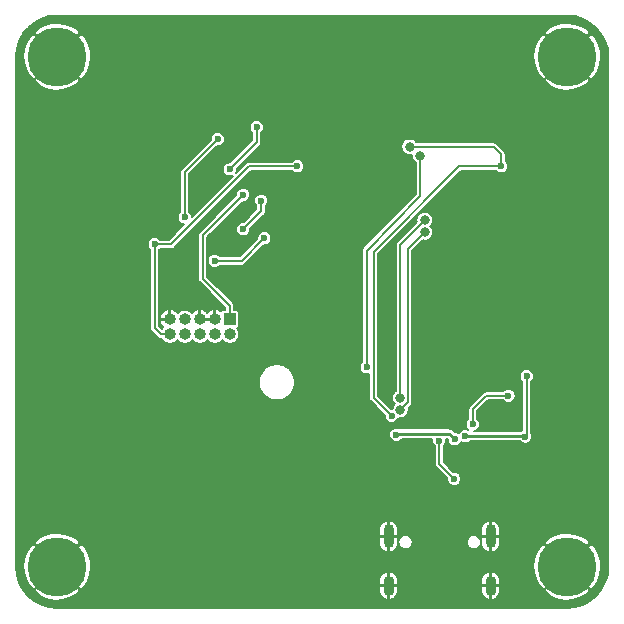
<source format=gbr>
G04 #@! TF.GenerationSoftware,KiCad,Pcbnew,5.1.5+dfsg1-2build2*
G04 #@! TF.CreationDate,2020-06-29T20:33:36+01:00*
G04 #@! TF.ProjectId,program_usb_kit,70726f67-7261-46d5-9f75-73625f6b6974,rev?*
G04 #@! TF.SameCoordinates,Original*
G04 #@! TF.FileFunction,Copper,L2,Bot*
G04 #@! TF.FilePolarity,Positive*
%FSLAX46Y46*%
G04 Gerber Fmt 4.6, Leading zero omitted, Abs format (unit mm)*
G04 Created by KiCad (PCBNEW 5.1.5+dfsg1-2build2) date 2020-06-29 20:33:36*
%MOMM*%
%LPD*%
G04 APERTURE LIST*
%ADD10C,0.800000*%
%ADD11C,5.000000*%
%ADD12O,1.000000X1.000000*%
%ADD13R,1.000000X1.000000*%
%ADD14O,0.900000X1.700000*%
%ADD15O,0.900000X2.000000*%
%ADD16C,0.600000*%
%ADD17C,0.152400*%
%ADD18C,0.254000*%
%ADD19C,0.203200*%
%ADD20C,0.200000*%
G04 APERTURE END LIST*
D10*
X208335825Y-96464175D03*
X207010000Y-95915000D03*
X205684175Y-96464175D03*
X205135000Y-97790000D03*
X205684175Y-99115825D03*
X207010000Y-99665000D03*
X208335825Y-99115825D03*
X208885000Y-97790000D03*
D11*
X207010000Y-97790000D03*
D10*
X251515825Y-96464175D03*
X250190000Y-95915000D03*
X248864175Y-96464175D03*
X248315000Y-97790000D03*
X248864175Y-99115825D03*
X250190000Y-99665000D03*
X251515825Y-99115825D03*
X252065000Y-97790000D03*
D11*
X250190000Y-97790000D03*
D10*
X251515825Y-53284175D03*
X250190000Y-52735000D03*
X248864175Y-53284175D03*
X248315000Y-54610000D03*
X248864175Y-55935825D03*
X250190000Y-56485000D03*
X251515825Y-55935825D03*
X252065000Y-54610000D03*
D11*
X250190000Y-54610000D03*
D10*
X208335825Y-53284175D03*
X207010000Y-52735000D03*
X205684175Y-53284175D03*
X205135000Y-54610000D03*
X205684175Y-55935825D03*
X207010000Y-56485000D03*
X208335825Y-55935825D03*
X208885000Y-54610000D03*
D11*
X207010000Y-54610000D03*
D12*
X216535000Y-78105000D03*
X216535000Y-76835000D03*
X217805000Y-78105000D03*
X217805000Y-76835000D03*
X219075000Y-78105000D03*
X219075000Y-76835000D03*
X220345000Y-78105000D03*
X220345000Y-76835000D03*
X221615000Y-78105000D03*
D13*
X221615000Y-76835000D03*
D14*
X243715000Y-99395000D03*
X235075000Y-99395000D03*
D15*
X243715000Y-95225000D03*
X235075000Y-95225000D03*
D16*
X240538000Y-84328000D03*
X240538000Y-83312000D03*
X240538000Y-82296000D03*
X238506000Y-82296000D03*
X238506000Y-83312000D03*
X238506000Y-84328000D03*
X239522000Y-84328000D03*
X239522000Y-82296000D03*
X239522000Y-83312000D03*
X232791000Y-89535000D03*
X237109000Y-88646000D03*
X238506000Y-87134766D03*
X236982000Y-91440000D03*
X242189000Y-90297000D03*
X225171000Y-100076000D03*
X215011000Y-65405000D03*
X219075000Y-64135000D03*
X241554000Y-79121000D03*
X247396000Y-77978000D03*
X249174000Y-80391000D03*
X247777000Y-84709000D03*
X243586000Y-81280000D03*
X229362000Y-74930000D03*
X245491000Y-73533000D03*
D10*
X235970653Y-61463347D03*
X216154000Y-57658000D03*
D16*
X220345253Y-64146032D03*
X246761000Y-81661000D03*
X246634000Y-86766500D03*
X241554000Y-86741000D03*
X240665000Y-86995000D03*
X235712000Y-86614000D03*
X239347000Y-87134767D03*
X240622000Y-90358000D03*
X235331000Y-85021800D03*
X244602000Y-63881000D03*
D10*
X236855000Y-62230000D03*
D16*
X233205390Y-80899000D03*
D10*
X237744000Y-62992000D03*
D16*
X242189000Y-85725000D03*
X245211500Y-83312000D03*
D10*
X236070874Y-84509365D03*
X238125000Y-69469000D03*
X236032600Y-83488200D03*
X238125000Y-68453000D03*
D16*
X215265000Y-70485000D03*
X227330000Y-63881000D03*
X220599000Y-61595000D03*
X217805000Y-68194882D03*
X224547021Y-69977000D03*
X220345000Y-71882000D03*
X224282000Y-66802000D03*
X222758000Y-69215000D03*
X222758000Y-66294000D03*
X223901002Y-60579000D03*
X221615000Y-64146032D03*
D17*
X246761000Y-86639500D02*
X246634000Y-86766500D01*
X246761000Y-81661000D02*
X246761000Y-86639500D01*
D18*
X246608500Y-86741000D02*
X246634000Y-86766500D01*
X241554000Y-86741000D02*
X246608500Y-86741000D01*
X235818234Y-86507766D02*
X235712000Y-86614000D01*
X240177766Y-86507766D02*
X235818234Y-86507766D01*
X240665000Y-86995000D02*
X240177766Y-86507766D01*
D17*
X239347000Y-89083000D02*
X240622000Y-90358000D01*
X239347000Y-87134767D02*
X239347000Y-89083000D01*
D19*
X233807000Y-71120000D02*
X241046000Y-63881000D01*
X241046000Y-63881000D02*
X244602000Y-63881000D01*
X233807000Y-83497800D02*
X233807000Y-71120000D01*
X235331000Y-85021800D02*
X233807000Y-83497800D01*
D17*
X244602000Y-62865000D02*
X244602000Y-63881000D01*
X243967000Y-62230000D02*
X244602000Y-62865000D01*
X236855000Y-62230000D02*
X243967000Y-62230000D01*
D19*
X233205390Y-71043346D02*
X233205390Y-80474736D01*
X233205390Y-80474736D02*
X233205390Y-80899000D01*
D17*
X237744000Y-62992000D02*
X237744000Y-66421000D01*
D19*
X237744000Y-66421000D02*
X233205390Y-71043346D01*
D17*
X243332000Y-83312000D02*
X245211500Y-83312000D01*
X242189000Y-84455000D02*
X243332000Y-83312000D01*
X242189000Y-85725000D02*
X242189000Y-84455000D01*
X236470873Y-84109366D02*
X236070874Y-84509365D01*
X236708801Y-83871438D02*
X236470873Y-84109366D01*
X236708801Y-70885199D02*
X236708801Y-83871438D01*
X238125000Y-69469000D02*
X236708801Y-70885199D01*
X236032600Y-70545400D02*
X238125000Y-68453000D01*
X236032600Y-83488200D02*
X236032600Y-70545400D01*
D19*
X215773000Y-78105000D02*
X216535000Y-78105000D01*
X215265000Y-77597000D02*
X215773000Y-78105000D01*
X215265000Y-70485000D02*
X215265000Y-77597000D01*
X216662000Y-70485000D02*
X215265000Y-70485000D01*
X223266000Y-63881000D02*
X216662000Y-70485000D01*
X227330000Y-63881000D02*
X223266000Y-63881000D01*
X220599000Y-61595000D02*
X217805000Y-64389000D01*
X217805000Y-64389000D02*
X217805000Y-68194882D01*
X222642021Y-71882000D02*
X220345000Y-71882000D01*
X224547021Y-69977000D02*
X222642021Y-71882000D01*
X224282000Y-67691000D02*
X222758000Y-69215000D01*
X224282000Y-66802000D02*
X224282000Y-67691000D01*
X222758000Y-66294000D02*
X219329000Y-69723000D01*
X219329000Y-69723000D02*
X219329000Y-73406000D01*
X221615000Y-75692000D02*
X221615000Y-76835000D01*
X219329000Y-73406000D02*
X221615000Y-75692000D01*
X223901002Y-61860030D02*
X221615000Y-64146032D01*
X223901002Y-60579000D02*
X223901002Y-61860030D01*
D20*
G36*
X250866604Y-51192900D02*
G01*
X251517437Y-51389399D01*
X252117705Y-51708567D01*
X252644552Y-52138252D01*
X253077904Y-52662085D01*
X253401258Y-53260116D01*
X253602293Y-53909557D01*
X253674967Y-54601003D01*
X253675000Y-54610564D01*
X253675001Y-97774093D01*
X253607100Y-98466603D01*
X253410601Y-99117437D01*
X253091433Y-99717705D01*
X252661748Y-100244552D01*
X252137915Y-100677904D01*
X251539884Y-101001258D01*
X250890448Y-101202292D01*
X250198996Y-101274967D01*
X250189436Y-101275000D01*
X207025897Y-101275000D01*
X206333397Y-101207100D01*
X205682563Y-101010601D01*
X205082295Y-100691433D01*
X204555448Y-100261748D01*
X204152169Y-99774267D01*
X205063916Y-99774267D01*
X205346263Y-100125874D01*
X205833937Y-100405570D01*
X206366807Y-100584750D01*
X206924395Y-100656530D01*
X207485272Y-100618151D01*
X208027884Y-100471089D01*
X208531381Y-100220993D01*
X208673737Y-100125874D01*
X208956084Y-99774267D01*
X207010000Y-97828184D01*
X205063916Y-99774267D01*
X204152169Y-99774267D01*
X204122096Y-99737915D01*
X203798742Y-99139884D01*
X203597708Y-98490448D01*
X203525033Y-97798996D01*
X203525000Y-97789436D01*
X203525000Y-97704395D01*
X204143470Y-97704395D01*
X204181849Y-98265272D01*
X204328911Y-98807884D01*
X204579007Y-99311381D01*
X204674126Y-99453737D01*
X205025733Y-99736084D01*
X206971816Y-97790000D01*
X207048184Y-97790000D01*
X208994267Y-99736084D01*
X209345874Y-99453737D01*
X209364076Y-99422000D01*
X234271000Y-99422000D01*
X234271000Y-99822000D01*
X234291716Y-99978334D01*
X234342533Y-100127622D01*
X234421498Y-100264128D01*
X234525577Y-100382606D01*
X234650770Y-100478502D01*
X234792266Y-100548132D01*
X234922630Y-100584430D01*
X235048000Y-100509990D01*
X235048000Y-99422000D01*
X235102000Y-99422000D01*
X235102000Y-100509990D01*
X235227370Y-100584430D01*
X235357734Y-100548132D01*
X235499230Y-100478502D01*
X235624423Y-100382606D01*
X235728502Y-100264128D01*
X235807467Y-100127622D01*
X235858284Y-99978334D01*
X235879000Y-99822000D01*
X235879000Y-99422000D01*
X242911000Y-99422000D01*
X242911000Y-99822000D01*
X242931716Y-99978334D01*
X242982533Y-100127622D01*
X243061498Y-100264128D01*
X243165577Y-100382606D01*
X243290770Y-100478502D01*
X243432266Y-100548132D01*
X243562630Y-100584430D01*
X243688000Y-100509990D01*
X243688000Y-99422000D01*
X243742000Y-99422000D01*
X243742000Y-100509990D01*
X243867370Y-100584430D01*
X243997734Y-100548132D01*
X244139230Y-100478502D01*
X244264423Y-100382606D01*
X244368502Y-100264128D01*
X244447467Y-100127622D01*
X244498284Y-99978334D01*
X244519000Y-99822000D01*
X244519000Y-99774267D01*
X248243916Y-99774267D01*
X248526263Y-100125874D01*
X249013937Y-100405570D01*
X249546807Y-100584750D01*
X250104395Y-100656530D01*
X250665272Y-100618151D01*
X251207884Y-100471089D01*
X251711381Y-100220993D01*
X251853737Y-100125874D01*
X252136084Y-99774267D01*
X250190000Y-97828184D01*
X248243916Y-99774267D01*
X244519000Y-99774267D01*
X244519000Y-99422000D01*
X243742000Y-99422000D01*
X243688000Y-99422000D01*
X242911000Y-99422000D01*
X235879000Y-99422000D01*
X235102000Y-99422000D01*
X235048000Y-99422000D01*
X234271000Y-99422000D01*
X209364076Y-99422000D01*
X209624459Y-98968000D01*
X234271000Y-98968000D01*
X234271000Y-99368000D01*
X235048000Y-99368000D01*
X235048000Y-98280010D01*
X235102000Y-98280010D01*
X235102000Y-99368000D01*
X235879000Y-99368000D01*
X235879000Y-98968000D01*
X242911000Y-98968000D01*
X242911000Y-99368000D01*
X243688000Y-99368000D01*
X243688000Y-98280010D01*
X243742000Y-98280010D01*
X243742000Y-99368000D01*
X244519000Y-99368000D01*
X244519000Y-98968000D01*
X244498284Y-98811666D01*
X244447467Y-98662378D01*
X244368502Y-98525872D01*
X244264423Y-98407394D01*
X244139230Y-98311498D01*
X243997734Y-98241868D01*
X243867370Y-98205570D01*
X243742000Y-98280010D01*
X243688000Y-98280010D01*
X243562630Y-98205570D01*
X243432266Y-98241868D01*
X243290770Y-98311498D01*
X243165577Y-98407394D01*
X243061498Y-98525872D01*
X242982533Y-98662378D01*
X242931716Y-98811666D01*
X242911000Y-98968000D01*
X235879000Y-98968000D01*
X235858284Y-98811666D01*
X235807467Y-98662378D01*
X235728502Y-98525872D01*
X235624423Y-98407394D01*
X235499230Y-98311498D01*
X235357734Y-98241868D01*
X235227370Y-98205570D01*
X235102000Y-98280010D01*
X235048000Y-98280010D01*
X234922630Y-98205570D01*
X234792266Y-98241868D01*
X234650770Y-98311498D01*
X234525577Y-98407394D01*
X234421498Y-98525872D01*
X234342533Y-98662378D01*
X234291716Y-98811666D01*
X234271000Y-98968000D01*
X209624459Y-98968000D01*
X209625570Y-98966063D01*
X209804750Y-98433193D01*
X209876530Y-97875605D01*
X209864815Y-97704395D01*
X247323470Y-97704395D01*
X247361849Y-98265272D01*
X247508911Y-98807884D01*
X247759007Y-99311381D01*
X247854126Y-99453737D01*
X248205733Y-99736084D01*
X250151816Y-97790000D01*
X250228184Y-97790000D01*
X252174267Y-99736084D01*
X252525874Y-99453737D01*
X252805570Y-98966063D01*
X252984750Y-98433193D01*
X253056530Y-97875605D01*
X253018151Y-97314728D01*
X252871089Y-96772116D01*
X252620993Y-96268619D01*
X252525874Y-96126263D01*
X252174267Y-95843916D01*
X250228184Y-97790000D01*
X250151816Y-97790000D01*
X248205733Y-95843916D01*
X247854126Y-96126263D01*
X247574430Y-96613937D01*
X247395250Y-97146807D01*
X247323470Y-97704395D01*
X209864815Y-97704395D01*
X209838151Y-97314728D01*
X209691089Y-96772116D01*
X209440993Y-96268619D01*
X209345874Y-96126263D01*
X208994267Y-95843916D01*
X207048184Y-97790000D01*
X206971816Y-97790000D01*
X205025733Y-95843916D01*
X204674126Y-96126263D01*
X204394430Y-96613937D01*
X204215250Y-97146807D01*
X204143470Y-97704395D01*
X203525000Y-97704395D01*
X203525000Y-95805733D01*
X205063916Y-95805733D01*
X207010000Y-97751816D01*
X208956084Y-95805733D01*
X208673737Y-95454126D01*
X208321313Y-95252000D01*
X234271000Y-95252000D01*
X234271000Y-95802000D01*
X234291716Y-95958334D01*
X234342533Y-96107622D01*
X234421498Y-96244128D01*
X234525577Y-96362606D01*
X234650770Y-96458502D01*
X234792266Y-96528132D01*
X234922630Y-96564430D01*
X235048000Y-96489990D01*
X235048000Y-95252000D01*
X235102000Y-95252000D01*
X235102000Y-96489990D01*
X235227370Y-96564430D01*
X235357734Y-96528132D01*
X235499230Y-96458502D01*
X235624423Y-96362606D01*
X235728502Y-96244128D01*
X235807467Y-96107622D01*
X235858284Y-95958334D01*
X235879000Y-95802000D01*
X235879000Y-95645905D01*
X235905000Y-95645905D01*
X235905000Y-95764095D01*
X235928058Y-95880014D01*
X235973287Y-95989207D01*
X236038950Y-96087478D01*
X236122522Y-96171050D01*
X236220793Y-96236713D01*
X236329986Y-96281942D01*
X236445905Y-96305000D01*
X236564095Y-96305000D01*
X236680014Y-96281942D01*
X236789207Y-96236713D01*
X236887478Y-96171050D01*
X236971050Y-96087478D01*
X237036713Y-95989207D01*
X237081942Y-95880014D01*
X237105000Y-95764095D01*
X237105000Y-95645905D01*
X241685000Y-95645905D01*
X241685000Y-95764095D01*
X241708058Y-95880014D01*
X241753287Y-95989207D01*
X241818950Y-96087478D01*
X241902522Y-96171050D01*
X242000793Y-96236713D01*
X242109986Y-96281942D01*
X242225905Y-96305000D01*
X242344095Y-96305000D01*
X242460014Y-96281942D01*
X242569207Y-96236713D01*
X242667478Y-96171050D01*
X242751050Y-96087478D01*
X242816713Y-95989207D01*
X242861942Y-95880014D01*
X242885000Y-95764095D01*
X242885000Y-95645905D01*
X242861942Y-95529986D01*
X242816713Y-95420793D01*
X242751050Y-95322522D01*
X242680528Y-95252000D01*
X242911000Y-95252000D01*
X242911000Y-95802000D01*
X242931716Y-95958334D01*
X242982533Y-96107622D01*
X243061498Y-96244128D01*
X243165577Y-96362606D01*
X243290770Y-96458502D01*
X243432266Y-96528132D01*
X243562630Y-96564430D01*
X243688000Y-96489990D01*
X243688000Y-95252000D01*
X243742000Y-95252000D01*
X243742000Y-96489990D01*
X243867370Y-96564430D01*
X243997734Y-96528132D01*
X244139230Y-96458502D01*
X244264423Y-96362606D01*
X244368502Y-96244128D01*
X244447467Y-96107622D01*
X244498284Y-95958334D01*
X244518505Y-95805733D01*
X248243916Y-95805733D01*
X250190000Y-97751816D01*
X252136084Y-95805733D01*
X251853737Y-95454126D01*
X251366063Y-95174430D01*
X250833193Y-94995250D01*
X250275605Y-94923470D01*
X249714728Y-94961849D01*
X249172116Y-95108911D01*
X248668619Y-95359007D01*
X248526263Y-95454126D01*
X248243916Y-95805733D01*
X244518505Y-95805733D01*
X244519000Y-95802000D01*
X244519000Y-95252000D01*
X243742000Y-95252000D01*
X243688000Y-95252000D01*
X242911000Y-95252000D01*
X242680528Y-95252000D01*
X242667478Y-95238950D01*
X242569207Y-95173287D01*
X242460014Y-95128058D01*
X242344095Y-95105000D01*
X242225905Y-95105000D01*
X242109986Y-95128058D01*
X242000793Y-95173287D01*
X241902522Y-95238950D01*
X241818950Y-95322522D01*
X241753287Y-95420793D01*
X241708058Y-95529986D01*
X241685000Y-95645905D01*
X237105000Y-95645905D01*
X237081942Y-95529986D01*
X237036713Y-95420793D01*
X236971050Y-95322522D01*
X236887478Y-95238950D01*
X236789207Y-95173287D01*
X236680014Y-95128058D01*
X236564095Y-95105000D01*
X236445905Y-95105000D01*
X236329986Y-95128058D01*
X236220793Y-95173287D01*
X236122522Y-95238950D01*
X236038950Y-95322522D01*
X235973287Y-95420793D01*
X235928058Y-95529986D01*
X235905000Y-95645905D01*
X235879000Y-95645905D01*
X235879000Y-95252000D01*
X235102000Y-95252000D01*
X235048000Y-95252000D01*
X234271000Y-95252000D01*
X208321313Y-95252000D01*
X208186063Y-95174430D01*
X207653193Y-94995250D01*
X207095605Y-94923470D01*
X206534728Y-94961849D01*
X205992116Y-95108911D01*
X205488619Y-95359007D01*
X205346263Y-95454126D01*
X205063916Y-95805733D01*
X203525000Y-95805733D01*
X203525000Y-94648000D01*
X234271000Y-94648000D01*
X234271000Y-95198000D01*
X235048000Y-95198000D01*
X235048000Y-93960010D01*
X235102000Y-93960010D01*
X235102000Y-95198000D01*
X235879000Y-95198000D01*
X235879000Y-94648000D01*
X242911000Y-94648000D01*
X242911000Y-95198000D01*
X243688000Y-95198000D01*
X243688000Y-93960010D01*
X243742000Y-93960010D01*
X243742000Y-95198000D01*
X244519000Y-95198000D01*
X244519000Y-94648000D01*
X244498284Y-94491666D01*
X244447467Y-94342378D01*
X244368502Y-94205872D01*
X244264423Y-94087394D01*
X244139230Y-93991498D01*
X243997734Y-93921868D01*
X243867370Y-93885570D01*
X243742000Y-93960010D01*
X243688000Y-93960010D01*
X243562630Y-93885570D01*
X243432266Y-93921868D01*
X243290770Y-93991498D01*
X243165577Y-94087394D01*
X243061498Y-94205872D01*
X242982533Y-94342378D01*
X242931716Y-94491666D01*
X242911000Y-94648000D01*
X235879000Y-94648000D01*
X235858284Y-94491666D01*
X235807467Y-94342378D01*
X235728502Y-94205872D01*
X235624423Y-94087394D01*
X235499230Y-93991498D01*
X235357734Y-93921868D01*
X235227370Y-93885570D01*
X235102000Y-93960010D01*
X235048000Y-93960010D01*
X234922630Y-93885570D01*
X234792266Y-93921868D01*
X234650770Y-93991498D01*
X234525577Y-94087394D01*
X234421498Y-94205872D01*
X234342533Y-94342378D01*
X234291716Y-94491666D01*
X234271000Y-94648000D01*
X203525000Y-94648000D01*
X203525000Y-86554905D01*
X235112000Y-86554905D01*
X235112000Y-86673095D01*
X235135058Y-86789014D01*
X235180287Y-86898207D01*
X235245950Y-86996478D01*
X235329522Y-87080050D01*
X235427793Y-87145713D01*
X235536986Y-87190942D01*
X235652905Y-87214000D01*
X235771095Y-87214000D01*
X235887014Y-87190942D01*
X235996207Y-87145713D01*
X236094478Y-87080050D01*
X236178050Y-86996478D01*
X236219285Y-86934766D01*
X238780408Y-86934766D01*
X238770058Y-86959753D01*
X238747000Y-87075672D01*
X238747000Y-87193862D01*
X238770058Y-87309781D01*
X238815287Y-87418974D01*
X238880950Y-87517245D01*
X238964522Y-87600817D01*
X238970800Y-87605012D01*
X238970801Y-89064513D01*
X238968980Y-89083000D01*
X238976244Y-89156747D01*
X238997756Y-89227662D01*
X239032689Y-89293017D01*
X239079700Y-89350301D01*
X239094059Y-89362085D01*
X240023473Y-90291500D01*
X240022000Y-90298905D01*
X240022000Y-90417095D01*
X240045058Y-90533014D01*
X240090287Y-90642207D01*
X240155950Y-90740478D01*
X240239522Y-90824050D01*
X240337793Y-90889713D01*
X240446986Y-90934942D01*
X240562905Y-90958000D01*
X240681095Y-90958000D01*
X240797014Y-90934942D01*
X240906207Y-90889713D01*
X241004478Y-90824050D01*
X241088050Y-90740478D01*
X241153713Y-90642207D01*
X241198942Y-90533014D01*
X241222000Y-90417095D01*
X241222000Y-90298905D01*
X241198942Y-90182986D01*
X241153713Y-90073793D01*
X241088050Y-89975522D01*
X241004478Y-89891950D01*
X240906207Y-89826287D01*
X240797014Y-89781058D01*
X240681095Y-89758000D01*
X240562905Y-89758000D01*
X240555500Y-89759473D01*
X239723200Y-88927174D01*
X239723200Y-87605012D01*
X239729478Y-87600817D01*
X239813050Y-87517245D01*
X239878713Y-87418974D01*
X239923942Y-87309781D01*
X239947000Y-87193862D01*
X239947000Y-87075672D01*
X239923942Y-86959753D01*
X239913592Y-86934766D01*
X240000898Y-86934766D01*
X240065000Y-86998868D01*
X240065000Y-87054095D01*
X240088058Y-87170014D01*
X240133287Y-87279207D01*
X240198950Y-87377478D01*
X240282522Y-87461050D01*
X240380793Y-87526713D01*
X240489986Y-87571942D01*
X240605905Y-87595000D01*
X240724095Y-87595000D01*
X240840014Y-87571942D01*
X240949207Y-87526713D01*
X241047478Y-87461050D01*
X241131050Y-87377478D01*
X241196713Y-87279207D01*
X241214662Y-87235875D01*
X241269793Y-87272713D01*
X241378986Y-87317942D01*
X241494905Y-87341000D01*
X241613095Y-87341000D01*
X241729014Y-87317942D01*
X241838207Y-87272713D01*
X241936478Y-87207050D01*
X241975528Y-87168000D01*
X246186972Y-87168000D01*
X246251522Y-87232550D01*
X246349793Y-87298213D01*
X246458986Y-87343442D01*
X246574905Y-87366500D01*
X246693095Y-87366500D01*
X246809014Y-87343442D01*
X246918207Y-87298213D01*
X247016478Y-87232550D01*
X247100050Y-87148978D01*
X247165713Y-87050707D01*
X247210942Y-86941514D01*
X247234000Y-86825595D01*
X247234000Y-86707405D01*
X247210942Y-86591486D01*
X247165713Y-86482293D01*
X247137200Y-86439621D01*
X247137200Y-82131245D01*
X247143478Y-82127050D01*
X247227050Y-82043478D01*
X247292713Y-81945207D01*
X247337942Y-81836014D01*
X247361000Y-81720095D01*
X247361000Y-81601905D01*
X247337942Y-81485986D01*
X247292713Y-81376793D01*
X247227050Y-81278522D01*
X247143478Y-81194950D01*
X247045207Y-81129287D01*
X246936014Y-81084058D01*
X246820095Y-81061000D01*
X246701905Y-81061000D01*
X246585986Y-81084058D01*
X246476793Y-81129287D01*
X246378522Y-81194950D01*
X246294950Y-81278522D01*
X246229287Y-81376793D01*
X246184058Y-81485986D01*
X246161000Y-81601905D01*
X246161000Y-81720095D01*
X246184058Y-81836014D01*
X246229287Y-81945207D01*
X246294950Y-82043478D01*
X246378522Y-82127050D01*
X246384800Y-82131245D01*
X246384801Y-86220286D01*
X246349793Y-86234787D01*
X246251522Y-86300450D01*
X246237972Y-86314000D01*
X242303395Y-86314000D01*
X242364014Y-86301942D01*
X242473207Y-86256713D01*
X242571478Y-86191050D01*
X242655050Y-86107478D01*
X242720713Y-86009207D01*
X242765942Y-85900014D01*
X242789000Y-85784095D01*
X242789000Y-85665905D01*
X242765942Y-85549986D01*
X242720713Y-85440793D01*
X242655050Y-85342522D01*
X242571478Y-85258950D01*
X242565200Y-85254755D01*
X242565200Y-84610826D01*
X243487827Y-83688200D01*
X244741255Y-83688200D01*
X244745450Y-83694478D01*
X244829022Y-83778050D01*
X244927293Y-83843713D01*
X245036486Y-83888942D01*
X245152405Y-83912000D01*
X245270595Y-83912000D01*
X245386514Y-83888942D01*
X245495707Y-83843713D01*
X245593978Y-83778050D01*
X245677550Y-83694478D01*
X245743213Y-83596207D01*
X245788442Y-83487014D01*
X245811500Y-83371095D01*
X245811500Y-83252905D01*
X245788442Y-83136986D01*
X245743213Y-83027793D01*
X245677550Y-82929522D01*
X245593978Y-82845950D01*
X245495707Y-82780287D01*
X245386514Y-82735058D01*
X245270595Y-82712000D01*
X245152405Y-82712000D01*
X245036486Y-82735058D01*
X244927293Y-82780287D01*
X244829022Y-82845950D01*
X244745450Y-82929522D01*
X244741255Y-82935800D01*
X243350477Y-82935800D01*
X243331999Y-82933980D01*
X243313522Y-82935800D01*
X243258252Y-82941244D01*
X243187338Y-82962755D01*
X243121983Y-82997688D01*
X243064699Y-83044699D01*
X243052915Y-83059058D01*
X241936059Y-84175915D01*
X241921700Y-84187699D01*
X241874689Y-84244983D01*
X241869854Y-84254029D01*
X241839756Y-84310338D01*
X241818244Y-84381253D01*
X241810980Y-84455000D01*
X241812801Y-84473487D01*
X241812800Y-85254755D01*
X241806522Y-85258950D01*
X241722950Y-85342522D01*
X241657287Y-85440793D01*
X241612058Y-85549986D01*
X241589000Y-85665905D01*
X241589000Y-85784095D01*
X241612058Y-85900014D01*
X241657287Y-86009207D01*
X241722950Y-86107478D01*
X241806522Y-86191050D01*
X241826653Y-86204501D01*
X241729014Y-86164058D01*
X241613095Y-86141000D01*
X241494905Y-86141000D01*
X241378986Y-86164058D01*
X241269793Y-86209287D01*
X241171522Y-86274950D01*
X241087950Y-86358522D01*
X241022287Y-86456793D01*
X241004338Y-86500125D01*
X240949207Y-86463287D01*
X240840014Y-86418058D01*
X240724095Y-86395000D01*
X240668868Y-86395000D01*
X240494534Y-86220666D01*
X240481161Y-86204371D01*
X240416142Y-86151011D01*
X240341962Y-86111361D01*
X240261473Y-86086944D01*
X240198744Y-86080766D01*
X240198733Y-86080766D01*
X240177766Y-86078701D01*
X240156799Y-86080766D01*
X235992535Y-86080766D01*
X235887014Y-86037058D01*
X235771095Y-86014000D01*
X235652905Y-86014000D01*
X235536986Y-86037058D01*
X235427793Y-86082287D01*
X235329522Y-86147950D01*
X235245950Y-86231522D01*
X235180287Y-86329793D01*
X235135058Y-86438986D01*
X235112000Y-86554905D01*
X203525000Y-86554905D01*
X203525000Y-82017564D01*
X224077440Y-82017564D01*
X224077440Y-82320436D01*
X224136527Y-82617490D01*
X224252432Y-82897308D01*
X224420699Y-83149138D01*
X224634862Y-83363301D01*
X224886692Y-83531568D01*
X225166510Y-83647473D01*
X225463564Y-83706560D01*
X225766436Y-83706560D01*
X226063490Y-83647473D01*
X226343308Y-83531568D01*
X226595138Y-83363301D01*
X226809301Y-83149138D01*
X226977568Y-82897308D01*
X227093473Y-82617490D01*
X227152560Y-82320436D01*
X227152560Y-82017564D01*
X227093473Y-81720510D01*
X226977568Y-81440692D01*
X226809301Y-81188862D01*
X226595138Y-80974699D01*
X226393405Y-80839905D01*
X232605390Y-80839905D01*
X232605390Y-80958095D01*
X232628448Y-81074014D01*
X232673677Y-81183207D01*
X232739340Y-81281478D01*
X232822912Y-81365050D01*
X232921183Y-81430713D01*
X233030376Y-81475942D01*
X233146295Y-81499000D01*
X233264485Y-81499000D01*
X233380404Y-81475942D01*
X233405400Y-81465588D01*
X233405400Y-83478075D01*
X233403457Y-83497800D01*
X233405400Y-83517525D01*
X233405400Y-83517526D01*
X233411211Y-83576526D01*
X233434175Y-83652228D01*
X233471466Y-83721995D01*
X233521652Y-83783148D01*
X233536982Y-83795729D01*
X234731000Y-84989748D01*
X234731000Y-85080895D01*
X234754058Y-85196814D01*
X234799287Y-85306007D01*
X234864950Y-85404278D01*
X234948522Y-85487850D01*
X235046793Y-85553513D01*
X235155986Y-85598742D01*
X235271905Y-85621800D01*
X235390095Y-85621800D01*
X235506014Y-85598742D01*
X235615207Y-85553513D01*
X235713478Y-85487850D01*
X235797050Y-85404278D01*
X235862713Y-85306007D01*
X235907942Y-85196814D01*
X235909118Y-85190903D01*
X236001930Y-85209365D01*
X236139818Y-85209365D01*
X236275056Y-85182464D01*
X236402448Y-85129697D01*
X236517098Y-85053091D01*
X236614600Y-84955589D01*
X236691206Y-84840939D01*
X236743973Y-84713547D01*
X236770874Y-84578309D01*
X236770874Y-84440421D01*
X236754444Y-84357821D01*
X236961738Y-84150527D01*
X236976102Y-84138739D01*
X237023113Y-84081455D01*
X237058046Y-84016100D01*
X237079557Y-83945186D01*
X237085001Y-83889916D01*
X237086821Y-83871439D01*
X237085001Y-83852961D01*
X237085001Y-71041025D01*
X237973457Y-70152570D01*
X238056056Y-70169000D01*
X238193944Y-70169000D01*
X238329182Y-70142099D01*
X238456574Y-70089332D01*
X238571224Y-70012726D01*
X238668726Y-69915224D01*
X238745332Y-69800574D01*
X238798099Y-69673182D01*
X238825000Y-69537944D01*
X238825000Y-69400056D01*
X238798099Y-69264818D01*
X238745332Y-69137426D01*
X238668726Y-69022776D01*
X238606950Y-68961000D01*
X238668726Y-68899224D01*
X238745332Y-68784574D01*
X238798099Y-68657182D01*
X238825000Y-68521944D01*
X238825000Y-68384056D01*
X238798099Y-68248818D01*
X238745332Y-68121426D01*
X238668726Y-68006776D01*
X238571224Y-67909274D01*
X238456574Y-67832668D01*
X238329182Y-67779901D01*
X238193944Y-67753000D01*
X238056056Y-67753000D01*
X237920818Y-67779901D01*
X237793426Y-67832668D01*
X237678776Y-67909274D01*
X237581274Y-68006776D01*
X237504668Y-68121426D01*
X237451901Y-68248818D01*
X237425000Y-68384056D01*
X237425000Y-68521944D01*
X237441430Y-68604543D01*
X235779659Y-70266315D01*
X235765300Y-70278099D01*
X235718289Y-70335383D01*
X235705410Y-70359478D01*
X235683356Y-70400738D01*
X235661844Y-70471653D01*
X235654580Y-70545400D01*
X235656401Y-70563887D01*
X235656400Y-82897686D01*
X235586376Y-82944474D01*
X235488874Y-83041976D01*
X235412268Y-83156626D01*
X235359501Y-83284018D01*
X235332600Y-83419256D01*
X235332600Y-83557144D01*
X235359501Y-83692382D01*
X235412268Y-83819774D01*
X235488874Y-83934424D01*
X235572370Y-84017920D01*
X235527148Y-84063141D01*
X235450542Y-84177791D01*
X235397775Y-84305183D01*
X235374578Y-84421800D01*
X235298948Y-84421800D01*
X234208600Y-83331453D01*
X234208600Y-71286347D01*
X241212348Y-64282600D01*
X244155072Y-64282600D01*
X244219522Y-64347050D01*
X244317793Y-64412713D01*
X244426986Y-64457942D01*
X244542905Y-64481000D01*
X244661095Y-64481000D01*
X244777014Y-64457942D01*
X244886207Y-64412713D01*
X244984478Y-64347050D01*
X245068050Y-64263478D01*
X245133713Y-64165207D01*
X245178942Y-64056014D01*
X245202000Y-63940095D01*
X245202000Y-63821905D01*
X245178942Y-63705986D01*
X245133713Y-63596793D01*
X245068050Y-63498522D01*
X244984478Y-63414950D01*
X244978200Y-63410755D01*
X244978200Y-62883477D01*
X244980020Y-62865000D01*
X244972756Y-62791252D01*
X244951245Y-62720338D01*
X244916312Y-62654983D01*
X244906277Y-62642755D01*
X244869301Y-62597699D01*
X244854943Y-62585916D01*
X244246089Y-61977063D01*
X244234301Y-61962699D01*
X244177017Y-61915688D01*
X244111662Y-61880755D01*
X244040748Y-61859244D01*
X243985478Y-61853800D01*
X243985477Y-61853800D01*
X243967000Y-61851980D01*
X243948523Y-61853800D01*
X237445514Y-61853800D01*
X237398726Y-61783776D01*
X237301224Y-61686274D01*
X237186574Y-61609668D01*
X237059182Y-61556901D01*
X236923944Y-61530000D01*
X236786056Y-61530000D01*
X236650818Y-61556901D01*
X236523426Y-61609668D01*
X236408776Y-61686274D01*
X236311274Y-61783776D01*
X236234668Y-61898426D01*
X236181901Y-62025818D01*
X236155000Y-62161056D01*
X236155000Y-62298944D01*
X236181901Y-62434182D01*
X236234668Y-62561574D01*
X236311274Y-62676224D01*
X236408776Y-62773726D01*
X236523426Y-62850332D01*
X236650818Y-62903099D01*
X236786056Y-62930000D01*
X236923944Y-62930000D01*
X237047508Y-62905421D01*
X237044000Y-62923056D01*
X237044000Y-63060944D01*
X237070901Y-63196182D01*
X237123668Y-63323574D01*
X237200274Y-63438224D01*
X237297776Y-63535726D01*
X237367800Y-63582514D01*
X237367801Y-66230929D01*
X232933950Y-70746584D01*
X232920042Y-70757998D01*
X232906294Y-70774751D01*
X232905012Y-70776056D01*
X232893830Y-70789938D01*
X232869856Y-70819151D01*
X232868982Y-70820785D01*
X232867822Y-70822226D01*
X232850365Y-70855616D01*
X232832565Y-70888918D01*
X232832027Y-70890692D01*
X232831170Y-70892331D01*
X232820571Y-70928455D01*
X232809601Y-70964620D01*
X232809419Y-70966467D01*
X232808899Y-70968240D01*
X232805549Y-71005757D01*
X232803790Y-71023620D01*
X232803790Y-71025462D01*
X232801864Y-71047034D01*
X232803790Y-71064911D01*
X232803791Y-80452071D01*
X232739340Y-80516522D01*
X232673677Y-80614793D01*
X232628448Y-80723986D01*
X232605390Y-80839905D01*
X226393405Y-80839905D01*
X226343308Y-80806432D01*
X226063490Y-80690527D01*
X225766436Y-80631440D01*
X225463564Y-80631440D01*
X225166510Y-80690527D01*
X224886692Y-80806432D01*
X224634862Y-80974699D01*
X224420699Y-81188862D01*
X224252432Y-81440692D01*
X224136527Y-81720510D01*
X224077440Y-82017564D01*
X203525000Y-82017564D01*
X203525000Y-70425905D01*
X214665000Y-70425905D01*
X214665000Y-70544095D01*
X214688058Y-70660014D01*
X214733287Y-70769207D01*
X214798950Y-70867478D01*
X214863400Y-70931928D01*
X214863401Y-77577265D01*
X214861457Y-77597000D01*
X214868775Y-77671293D01*
X214869212Y-77675727D01*
X214892176Y-77751429D01*
X214929467Y-77821196D01*
X214979653Y-77882348D01*
X214994977Y-77894924D01*
X215475076Y-78375023D01*
X215487652Y-78390348D01*
X215502974Y-78402922D01*
X215548802Y-78440533D01*
X215548804Y-78440534D01*
X215618571Y-78477825D01*
X215694273Y-78500789D01*
X215753273Y-78506600D01*
X215753281Y-78506600D01*
X215772999Y-78508542D01*
X215792717Y-78506600D01*
X215841189Y-78506600D01*
X215913599Y-78614970D01*
X216025030Y-78726401D01*
X216156058Y-78813951D01*
X216301649Y-78874257D01*
X216456207Y-78905000D01*
X216613793Y-78905000D01*
X216768351Y-78874257D01*
X216913942Y-78813951D01*
X217044970Y-78726401D01*
X217156401Y-78614970D01*
X217170000Y-78594618D01*
X217183599Y-78614970D01*
X217295030Y-78726401D01*
X217426058Y-78813951D01*
X217571649Y-78874257D01*
X217726207Y-78905000D01*
X217883793Y-78905000D01*
X218038351Y-78874257D01*
X218183942Y-78813951D01*
X218314970Y-78726401D01*
X218426401Y-78614970D01*
X218440000Y-78594618D01*
X218453599Y-78614970D01*
X218565030Y-78726401D01*
X218696058Y-78813951D01*
X218841649Y-78874257D01*
X218996207Y-78905000D01*
X219153793Y-78905000D01*
X219308351Y-78874257D01*
X219453942Y-78813951D01*
X219584970Y-78726401D01*
X219696401Y-78614970D01*
X219710000Y-78594618D01*
X219723599Y-78614970D01*
X219835030Y-78726401D01*
X219966058Y-78813951D01*
X220111649Y-78874257D01*
X220266207Y-78905000D01*
X220423793Y-78905000D01*
X220578351Y-78874257D01*
X220723942Y-78813951D01*
X220854970Y-78726401D01*
X220966401Y-78614970D01*
X220980000Y-78594618D01*
X220993599Y-78614970D01*
X221105030Y-78726401D01*
X221236058Y-78813951D01*
X221381649Y-78874257D01*
X221536207Y-78905000D01*
X221693793Y-78905000D01*
X221848351Y-78874257D01*
X221993942Y-78813951D01*
X222124970Y-78726401D01*
X222236401Y-78614970D01*
X222323951Y-78483942D01*
X222384257Y-78338351D01*
X222415000Y-78183793D01*
X222415000Y-78026207D01*
X222384257Y-77871649D01*
X222323951Y-77726058D01*
X222243907Y-77606263D01*
X222282477Y-77585647D01*
X222328158Y-77548158D01*
X222365647Y-77502477D01*
X222393504Y-77450360D01*
X222410659Y-77393810D01*
X222416451Y-77335000D01*
X222416451Y-76335000D01*
X222410659Y-76276190D01*
X222393504Y-76219640D01*
X222365647Y-76167523D01*
X222328158Y-76121842D01*
X222282477Y-76084353D01*
X222230360Y-76056496D01*
X222173810Y-76039341D01*
X222115000Y-76033549D01*
X222016600Y-76033549D01*
X222016600Y-75711717D01*
X222018542Y-75691999D01*
X222016600Y-75672282D01*
X222016600Y-75672273D01*
X222010789Y-75613273D01*
X221987825Y-75537571D01*
X221950534Y-75467804D01*
X221941845Y-75457217D01*
X221912923Y-75421974D01*
X221912920Y-75421971D01*
X221900348Y-75406652D01*
X221885030Y-75394081D01*
X219730600Y-73239653D01*
X219730600Y-71822905D01*
X219745000Y-71822905D01*
X219745000Y-71941095D01*
X219768058Y-72057014D01*
X219813287Y-72166207D01*
X219878950Y-72264478D01*
X219962522Y-72348050D01*
X220060793Y-72413713D01*
X220169986Y-72458942D01*
X220285905Y-72482000D01*
X220404095Y-72482000D01*
X220520014Y-72458942D01*
X220629207Y-72413713D01*
X220727478Y-72348050D01*
X220791928Y-72283600D01*
X222622296Y-72283600D01*
X222642021Y-72285543D01*
X222661746Y-72283600D01*
X222661748Y-72283600D01*
X222720748Y-72277789D01*
X222796450Y-72254825D01*
X222866217Y-72217534D01*
X222927369Y-72167348D01*
X222939950Y-72152018D01*
X224514969Y-70577000D01*
X224606116Y-70577000D01*
X224722035Y-70553942D01*
X224831228Y-70508713D01*
X224929499Y-70443050D01*
X225013071Y-70359478D01*
X225078734Y-70261207D01*
X225123963Y-70152014D01*
X225147021Y-70036095D01*
X225147021Y-69917905D01*
X225123963Y-69801986D01*
X225078734Y-69692793D01*
X225013071Y-69594522D01*
X224929499Y-69510950D01*
X224831228Y-69445287D01*
X224722035Y-69400058D01*
X224606116Y-69377000D01*
X224487926Y-69377000D01*
X224372007Y-69400058D01*
X224262814Y-69445287D01*
X224164543Y-69510950D01*
X224080971Y-69594522D01*
X224015308Y-69692793D01*
X223970079Y-69801986D01*
X223947021Y-69917905D01*
X223947021Y-70009052D01*
X222475674Y-71480400D01*
X220791928Y-71480400D01*
X220727478Y-71415950D01*
X220629207Y-71350287D01*
X220520014Y-71305058D01*
X220404095Y-71282000D01*
X220285905Y-71282000D01*
X220169986Y-71305058D01*
X220060793Y-71350287D01*
X219962522Y-71415950D01*
X219878950Y-71499522D01*
X219813287Y-71597793D01*
X219768058Y-71706986D01*
X219745000Y-71822905D01*
X219730600Y-71822905D01*
X219730600Y-69889347D01*
X220464042Y-69155905D01*
X222158000Y-69155905D01*
X222158000Y-69274095D01*
X222181058Y-69390014D01*
X222226287Y-69499207D01*
X222291950Y-69597478D01*
X222375522Y-69681050D01*
X222473793Y-69746713D01*
X222582986Y-69791942D01*
X222698905Y-69815000D01*
X222817095Y-69815000D01*
X222933014Y-69791942D01*
X223042207Y-69746713D01*
X223140478Y-69681050D01*
X223224050Y-69597478D01*
X223289713Y-69499207D01*
X223334942Y-69390014D01*
X223358000Y-69274095D01*
X223358000Y-69182947D01*
X224552024Y-67988924D01*
X224567348Y-67976348D01*
X224594435Y-67943342D01*
X224617533Y-67915198D01*
X224654824Y-67845430D01*
X224654825Y-67845429D01*
X224677789Y-67769727D01*
X224683600Y-67710727D01*
X224683600Y-67710719D01*
X224685542Y-67691001D01*
X224683600Y-67671283D01*
X224683600Y-67248928D01*
X224748050Y-67184478D01*
X224813713Y-67086207D01*
X224858942Y-66977014D01*
X224882000Y-66861095D01*
X224882000Y-66742905D01*
X224858942Y-66626986D01*
X224813713Y-66517793D01*
X224748050Y-66419522D01*
X224664478Y-66335950D01*
X224566207Y-66270287D01*
X224457014Y-66225058D01*
X224341095Y-66202000D01*
X224222905Y-66202000D01*
X224106986Y-66225058D01*
X223997793Y-66270287D01*
X223899522Y-66335950D01*
X223815950Y-66419522D01*
X223750287Y-66517793D01*
X223705058Y-66626986D01*
X223682000Y-66742905D01*
X223682000Y-66861095D01*
X223705058Y-66977014D01*
X223750287Y-67086207D01*
X223815950Y-67184478D01*
X223880401Y-67248929D01*
X223880401Y-67524651D01*
X222790053Y-68615000D01*
X222698905Y-68615000D01*
X222582986Y-68638058D01*
X222473793Y-68683287D01*
X222375522Y-68748950D01*
X222291950Y-68832522D01*
X222226287Y-68930793D01*
X222181058Y-69039986D01*
X222158000Y-69155905D01*
X220464042Y-69155905D01*
X222725948Y-66894000D01*
X222817095Y-66894000D01*
X222933014Y-66870942D01*
X223042207Y-66825713D01*
X223140478Y-66760050D01*
X223224050Y-66676478D01*
X223289713Y-66578207D01*
X223334942Y-66469014D01*
X223358000Y-66353095D01*
X223358000Y-66234905D01*
X223334942Y-66118986D01*
X223289713Y-66009793D01*
X223224050Y-65911522D01*
X223140478Y-65827950D01*
X223042207Y-65762287D01*
X222933014Y-65717058D01*
X222817095Y-65694000D01*
X222698905Y-65694000D01*
X222582986Y-65717058D01*
X222473793Y-65762287D01*
X222375522Y-65827950D01*
X222291950Y-65911522D01*
X222226287Y-66009793D01*
X222181058Y-66118986D01*
X222158000Y-66234905D01*
X222158000Y-66326052D01*
X219058982Y-69425071D01*
X219043652Y-69437652D01*
X218993466Y-69498805D01*
X218956175Y-69568572D01*
X218933211Y-69644274D01*
X218927400Y-69703273D01*
X218925457Y-69723000D01*
X218927400Y-69742725D01*
X218927401Y-73386265D01*
X218925457Y-73406000D01*
X218933212Y-73484727D01*
X218956176Y-73560429D01*
X218993467Y-73630196D01*
X219043653Y-73691348D01*
X219058977Y-73703924D01*
X221213400Y-75858349D01*
X221213400Y-76033549D01*
X221115000Y-76033549D01*
X221056190Y-76039341D01*
X220999640Y-76056496D01*
X220947523Y-76084353D01*
X220901842Y-76121842D01*
X220867298Y-76163935D01*
X220824875Y-76128573D01*
X220677837Y-76048528D01*
X220518009Y-75998707D01*
X220505196Y-75996160D01*
X220372000Y-76069976D01*
X220372000Y-76808000D01*
X220392000Y-76808000D01*
X220392000Y-76862000D01*
X220372000Y-76862000D01*
X220372000Y-76882000D01*
X220318000Y-76882000D01*
X220318000Y-76862000D01*
X219102000Y-76862000D01*
X219102000Y-76882000D01*
X219048000Y-76882000D01*
X219048000Y-76862000D01*
X219028000Y-76862000D01*
X219028000Y-76808000D01*
X219048000Y-76808000D01*
X219048000Y-76069976D01*
X219102000Y-76069976D01*
X219102000Y-76808000D01*
X220318000Y-76808000D01*
X220318000Y-76069976D01*
X220184804Y-75996160D01*
X220171991Y-75998707D01*
X220012163Y-76048528D01*
X219865125Y-76128573D01*
X219736529Y-76235766D01*
X219710000Y-76268601D01*
X219683471Y-76235766D01*
X219554875Y-76128573D01*
X219407837Y-76048528D01*
X219248009Y-75998707D01*
X219235196Y-75996160D01*
X219102000Y-76069976D01*
X219048000Y-76069976D01*
X218914804Y-75996160D01*
X218901991Y-75998707D01*
X218742163Y-76048528D01*
X218595125Y-76128573D01*
X218466529Y-76235766D01*
X218408705Y-76307334D01*
X218314970Y-76213599D01*
X218183942Y-76126049D01*
X218038351Y-76065743D01*
X217883793Y-76035000D01*
X217726207Y-76035000D01*
X217571649Y-76065743D01*
X217426058Y-76126049D01*
X217295030Y-76213599D01*
X217201295Y-76307334D01*
X217143471Y-76235766D01*
X217014875Y-76128573D01*
X216867837Y-76048528D01*
X216708009Y-75998707D01*
X216695196Y-75996160D01*
X216562000Y-76069976D01*
X216562000Y-76808000D01*
X216582000Y-76808000D01*
X216582000Y-76862000D01*
X216562000Y-76862000D01*
X216562000Y-76882000D01*
X216508000Y-76882000D01*
X216508000Y-76862000D01*
X215769925Y-76862000D01*
X215696158Y-76995196D01*
X215743529Y-77155768D01*
X215821316Y-77304013D01*
X215926529Y-77434234D01*
X216007173Y-77501456D01*
X215913599Y-77595030D01*
X215880506Y-77644558D01*
X215666600Y-77430653D01*
X215666600Y-76674804D01*
X215696158Y-76674804D01*
X215769925Y-76808000D01*
X216508000Y-76808000D01*
X216508000Y-76069976D01*
X216374804Y-75996160D01*
X216361991Y-75998707D01*
X216202163Y-76048528D01*
X216055125Y-76128573D01*
X215926529Y-76235766D01*
X215821316Y-76365987D01*
X215743529Y-76514232D01*
X215696158Y-76674804D01*
X215666600Y-76674804D01*
X215666600Y-70931928D01*
X215711928Y-70886600D01*
X216642275Y-70886600D01*
X216662000Y-70888543D01*
X216681725Y-70886600D01*
X216681727Y-70886600D01*
X216740727Y-70880789D01*
X216816429Y-70857825D01*
X216886196Y-70820534D01*
X216947348Y-70770348D01*
X216959929Y-70755018D01*
X223432348Y-64282600D01*
X226883072Y-64282600D01*
X226947522Y-64347050D01*
X227045793Y-64412713D01*
X227154986Y-64457942D01*
X227270905Y-64481000D01*
X227389095Y-64481000D01*
X227505014Y-64457942D01*
X227614207Y-64412713D01*
X227712478Y-64347050D01*
X227796050Y-64263478D01*
X227861713Y-64165207D01*
X227906942Y-64056014D01*
X227930000Y-63940095D01*
X227930000Y-63821905D01*
X227906942Y-63705986D01*
X227861713Y-63596793D01*
X227796050Y-63498522D01*
X227712478Y-63414950D01*
X227614207Y-63349287D01*
X227505014Y-63304058D01*
X227389095Y-63281000D01*
X227270905Y-63281000D01*
X227154986Y-63304058D01*
X227045793Y-63349287D01*
X226947522Y-63414950D01*
X226883072Y-63479400D01*
X223285717Y-63479400D01*
X223265999Y-63477458D01*
X223246281Y-63479400D01*
X223246273Y-63479400D01*
X223187273Y-63485211D01*
X223111571Y-63508175D01*
X223041804Y-63545466D01*
X222980652Y-63595652D01*
X222968076Y-63610976D01*
X222142484Y-64436568D01*
X222146713Y-64430239D01*
X222191942Y-64321046D01*
X222215000Y-64205127D01*
X222215000Y-64113979D01*
X224171031Y-62157950D01*
X224186350Y-62145378D01*
X224198922Y-62130059D01*
X224198925Y-62130056D01*
X224236535Y-62084227D01*
X224236536Y-62084226D01*
X224273827Y-62014459D01*
X224296791Y-61938757D01*
X224302602Y-61879757D01*
X224302602Y-61879748D01*
X224304544Y-61860031D01*
X224302602Y-61840313D01*
X224302602Y-61025928D01*
X224367052Y-60961478D01*
X224432715Y-60863207D01*
X224477944Y-60754014D01*
X224501002Y-60638095D01*
X224501002Y-60519905D01*
X224477944Y-60403986D01*
X224432715Y-60294793D01*
X224367052Y-60196522D01*
X224283480Y-60112950D01*
X224185209Y-60047287D01*
X224076016Y-60002058D01*
X223960097Y-59979000D01*
X223841907Y-59979000D01*
X223725988Y-60002058D01*
X223616795Y-60047287D01*
X223518524Y-60112950D01*
X223434952Y-60196522D01*
X223369289Y-60294793D01*
X223324060Y-60403986D01*
X223301002Y-60519905D01*
X223301002Y-60638095D01*
X223324060Y-60754014D01*
X223369289Y-60863207D01*
X223434952Y-60961478D01*
X223499402Y-61025928D01*
X223499403Y-61693680D01*
X221647053Y-63546032D01*
X221555905Y-63546032D01*
X221439986Y-63569090D01*
X221330793Y-63614319D01*
X221232522Y-63679982D01*
X221148950Y-63763554D01*
X221083287Y-63861825D01*
X221038058Y-63971018D01*
X221015000Y-64086937D01*
X221015000Y-64205127D01*
X221038058Y-64321046D01*
X221083287Y-64430239D01*
X221148950Y-64528510D01*
X221232522Y-64612082D01*
X221330793Y-64677745D01*
X221439986Y-64722974D01*
X221555905Y-64746032D01*
X221674095Y-64746032D01*
X221790014Y-64722974D01*
X221899207Y-64677745D01*
X221905536Y-64673516D01*
X218405000Y-68174053D01*
X218405000Y-68135787D01*
X218381942Y-68019868D01*
X218336713Y-67910675D01*
X218271050Y-67812404D01*
X218206600Y-67747954D01*
X218206600Y-64555347D01*
X220566948Y-62195000D01*
X220658095Y-62195000D01*
X220774014Y-62171942D01*
X220883207Y-62126713D01*
X220981478Y-62061050D01*
X221065050Y-61977478D01*
X221130713Y-61879207D01*
X221175942Y-61770014D01*
X221199000Y-61654095D01*
X221199000Y-61535905D01*
X221175942Y-61419986D01*
X221130713Y-61310793D01*
X221065050Y-61212522D01*
X220981478Y-61128950D01*
X220883207Y-61063287D01*
X220774014Y-61018058D01*
X220658095Y-60995000D01*
X220539905Y-60995000D01*
X220423986Y-61018058D01*
X220314793Y-61063287D01*
X220216522Y-61128950D01*
X220132950Y-61212522D01*
X220067287Y-61310793D01*
X220022058Y-61419986D01*
X219999000Y-61535905D01*
X219999000Y-61627052D01*
X217534982Y-64091071D01*
X217519652Y-64103652D01*
X217469466Y-64164805D01*
X217432175Y-64234572D01*
X217409211Y-64310274D01*
X217405589Y-64347050D01*
X217401457Y-64389000D01*
X217403400Y-64408725D01*
X217403401Y-67747953D01*
X217338950Y-67812404D01*
X217273287Y-67910675D01*
X217228058Y-68019868D01*
X217205000Y-68135787D01*
X217205000Y-68253977D01*
X217228058Y-68369896D01*
X217273287Y-68479089D01*
X217338950Y-68577360D01*
X217422522Y-68660932D01*
X217520793Y-68726595D01*
X217629986Y-68771824D01*
X217745905Y-68794882D01*
X217784171Y-68794882D01*
X216495653Y-70083400D01*
X215711928Y-70083400D01*
X215647478Y-70018950D01*
X215549207Y-69953287D01*
X215440014Y-69908058D01*
X215324095Y-69885000D01*
X215205905Y-69885000D01*
X215089986Y-69908058D01*
X214980793Y-69953287D01*
X214882522Y-70018950D01*
X214798950Y-70102522D01*
X214733287Y-70200793D01*
X214688058Y-70309986D01*
X214665000Y-70425905D01*
X203525000Y-70425905D01*
X203525000Y-56594267D01*
X205063916Y-56594267D01*
X205346263Y-56945874D01*
X205833937Y-57225570D01*
X206366807Y-57404750D01*
X206924395Y-57476530D01*
X207485272Y-57438151D01*
X208027884Y-57291089D01*
X208531381Y-57040993D01*
X208673737Y-56945874D01*
X208956084Y-56594267D01*
X248243916Y-56594267D01*
X248526263Y-56945874D01*
X249013937Y-57225570D01*
X249546807Y-57404750D01*
X250104395Y-57476530D01*
X250665272Y-57438151D01*
X251207884Y-57291089D01*
X251711381Y-57040993D01*
X251853737Y-56945874D01*
X252136084Y-56594267D01*
X250190000Y-54648184D01*
X248243916Y-56594267D01*
X208956084Y-56594267D01*
X207010000Y-54648184D01*
X205063916Y-56594267D01*
X203525000Y-56594267D01*
X203525000Y-54625896D01*
X203534952Y-54524395D01*
X204143470Y-54524395D01*
X204181849Y-55085272D01*
X204328911Y-55627884D01*
X204579007Y-56131381D01*
X204674126Y-56273737D01*
X205025733Y-56556084D01*
X206971816Y-54610000D01*
X207048184Y-54610000D01*
X208994267Y-56556084D01*
X209345874Y-56273737D01*
X209625570Y-55786063D01*
X209804750Y-55253193D01*
X209876530Y-54695605D01*
X209864815Y-54524395D01*
X247323470Y-54524395D01*
X247361849Y-55085272D01*
X247508911Y-55627884D01*
X247759007Y-56131381D01*
X247854126Y-56273737D01*
X248205733Y-56556084D01*
X250151816Y-54610000D01*
X250228184Y-54610000D01*
X252174267Y-56556084D01*
X252525874Y-56273737D01*
X252805570Y-55786063D01*
X252984750Y-55253193D01*
X253056530Y-54695605D01*
X253018151Y-54134728D01*
X252871089Y-53592116D01*
X252620993Y-53088619D01*
X252525874Y-52946263D01*
X252174267Y-52663916D01*
X250228184Y-54610000D01*
X250151816Y-54610000D01*
X248205733Y-52663916D01*
X247854126Y-52946263D01*
X247574430Y-53433937D01*
X247395250Y-53966807D01*
X247323470Y-54524395D01*
X209864815Y-54524395D01*
X209838151Y-54134728D01*
X209691089Y-53592116D01*
X209440993Y-53088619D01*
X209345874Y-52946263D01*
X208994267Y-52663916D01*
X207048184Y-54610000D01*
X206971816Y-54610000D01*
X205025733Y-52663916D01*
X204674126Y-52946263D01*
X204394430Y-53433937D01*
X204215250Y-53966807D01*
X204143470Y-54524395D01*
X203534952Y-54524395D01*
X203592900Y-53933396D01*
X203789399Y-53282563D01*
X204108567Y-52682295D01*
X204154697Y-52625733D01*
X205063916Y-52625733D01*
X207010000Y-54571816D01*
X208956084Y-52625733D01*
X248243916Y-52625733D01*
X250190000Y-54571816D01*
X252136084Y-52625733D01*
X251853737Y-52274126D01*
X251366063Y-51994430D01*
X250833193Y-51815250D01*
X250275605Y-51743470D01*
X249714728Y-51781849D01*
X249172116Y-51928911D01*
X248668619Y-52179007D01*
X248526263Y-52274126D01*
X248243916Y-52625733D01*
X208956084Y-52625733D01*
X208673737Y-52274126D01*
X208186063Y-51994430D01*
X207653193Y-51815250D01*
X207095605Y-51743470D01*
X206534728Y-51781849D01*
X205992116Y-51928911D01*
X205488619Y-52179007D01*
X205346263Y-52274126D01*
X205063916Y-52625733D01*
X204154697Y-52625733D01*
X204538252Y-52155448D01*
X205062085Y-51722096D01*
X205660116Y-51398742D01*
X206309557Y-51197707D01*
X207001003Y-51125033D01*
X207010564Y-51125000D01*
X250174104Y-51125000D01*
X250866604Y-51192900D01*
G37*
X250866604Y-51192900D02*
X251517437Y-51389399D01*
X252117705Y-51708567D01*
X252644552Y-52138252D01*
X253077904Y-52662085D01*
X253401258Y-53260116D01*
X253602293Y-53909557D01*
X253674967Y-54601003D01*
X253675000Y-54610564D01*
X253675001Y-97774093D01*
X253607100Y-98466603D01*
X253410601Y-99117437D01*
X253091433Y-99717705D01*
X252661748Y-100244552D01*
X252137915Y-100677904D01*
X251539884Y-101001258D01*
X250890448Y-101202292D01*
X250198996Y-101274967D01*
X250189436Y-101275000D01*
X207025897Y-101275000D01*
X206333397Y-101207100D01*
X205682563Y-101010601D01*
X205082295Y-100691433D01*
X204555448Y-100261748D01*
X204152169Y-99774267D01*
X205063916Y-99774267D01*
X205346263Y-100125874D01*
X205833937Y-100405570D01*
X206366807Y-100584750D01*
X206924395Y-100656530D01*
X207485272Y-100618151D01*
X208027884Y-100471089D01*
X208531381Y-100220993D01*
X208673737Y-100125874D01*
X208956084Y-99774267D01*
X207010000Y-97828184D01*
X205063916Y-99774267D01*
X204152169Y-99774267D01*
X204122096Y-99737915D01*
X203798742Y-99139884D01*
X203597708Y-98490448D01*
X203525033Y-97798996D01*
X203525000Y-97789436D01*
X203525000Y-97704395D01*
X204143470Y-97704395D01*
X204181849Y-98265272D01*
X204328911Y-98807884D01*
X204579007Y-99311381D01*
X204674126Y-99453737D01*
X205025733Y-99736084D01*
X206971816Y-97790000D01*
X207048184Y-97790000D01*
X208994267Y-99736084D01*
X209345874Y-99453737D01*
X209364076Y-99422000D01*
X234271000Y-99422000D01*
X234271000Y-99822000D01*
X234291716Y-99978334D01*
X234342533Y-100127622D01*
X234421498Y-100264128D01*
X234525577Y-100382606D01*
X234650770Y-100478502D01*
X234792266Y-100548132D01*
X234922630Y-100584430D01*
X235048000Y-100509990D01*
X235048000Y-99422000D01*
X235102000Y-99422000D01*
X235102000Y-100509990D01*
X235227370Y-100584430D01*
X235357734Y-100548132D01*
X235499230Y-100478502D01*
X235624423Y-100382606D01*
X235728502Y-100264128D01*
X235807467Y-100127622D01*
X235858284Y-99978334D01*
X235879000Y-99822000D01*
X235879000Y-99422000D01*
X242911000Y-99422000D01*
X242911000Y-99822000D01*
X242931716Y-99978334D01*
X242982533Y-100127622D01*
X243061498Y-100264128D01*
X243165577Y-100382606D01*
X243290770Y-100478502D01*
X243432266Y-100548132D01*
X243562630Y-100584430D01*
X243688000Y-100509990D01*
X243688000Y-99422000D01*
X243742000Y-99422000D01*
X243742000Y-100509990D01*
X243867370Y-100584430D01*
X243997734Y-100548132D01*
X244139230Y-100478502D01*
X244264423Y-100382606D01*
X244368502Y-100264128D01*
X244447467Y-100127622D01*
X244498284Y-99978334D01*
X244519000Y-99822000D01*
X244519000Y-99774267D01*
X248243916Y-99774267D01*
X248526263Y-100125874D01*
X249013937Y-100405570D01*
X249546807Y-100584750D01*
X250104395Y-100656530D01*
X250665272Y-100618151D01*
X251207884Y-100471089D01*
X251711381Y-100220993D01*
X251853737Y-100125874D01*
X252136084Y-99774267D01*
X250190000Y-97828184D01*
X248243916Y-99774267D01*
X244519000Y-99774267D01*
X244519000Y-99422000D01*
X243742000Y-99422000D01*
X243688000Y-99422000D01*
X242911000Y-99422000D01*
X235879000Y-99422000D01*
X235102000Y-99422000D01*
X235048000Y-99422000D01*
X234271000Y-99422000D01*
X209364076Y-99422000D01*
X209624459Y-98968000D01*
X234271000Y-98968000D01*
X234271000Y-99368000D01*
X235048000Y-99368000D01*
X235048000Y-98280010D01*
X235102000Y-98280010D01*
X235102000Y-99368000D01*
X235879000Y-99368000D01*
X235879000Y-98968000D01*
X242911000Y-98968000D01*
X242911000Y-99368000D01*
X243688000Y-99368000D01*
X243688000Y-98280010D01*
X243742000Y-98280010D01*
X243742000Y-99368000D01*
X244519000Y-99368000D01*
X244519000Y-98968000D01*
X244498284Y-98811666D01*
X244447467Y-98662378D01*
X244368502Y-98525872D01*
X244264423Y-98407394D01*
X244139230Y-98311498D01*
X243997734Y-98241868D01*
X243867370Y-98205570D01*
X243742000Y-98280010D01*
X243688000Y-98280010D01*
X243562630Y-98205570D01*
X243432266Y-98241868D01*
X243290770Y-98311498D01*
X243165577Y-98407394D01*
X243061498Y-98525872D01*
X242982533Y-98662378D01*
X242931716Y-98811666D01*
X242911000Y-98968000D01*
X235879000Y-98968000D01*
X235858284Y-98811666D01*
X235807467Y-98662378D01*
X235728502Y-98525872D01*
X235624423Y-98407394D01*
X235499230Y-98311498D01*
X235357734Y-98241868D01*
X235227370Y-98205570D01*
X235102000Y-98280010D01*
X235048000Y-98280010D01*
X234922630Y-98205570D01*
X234792266Y-98241868D01*
X234650770Y-98311498D01*
X234525577Y-98407394D01*
X234421498Y-98525872D01*
X234342533Y-98662378D01*
X234291716Y-98811666D01*
X234271000Y-98968000D01*
X209624459Y-98968000D01*
X209625570Y-98966063D01*
X209804750Y-98433193D01*
X209876530Y-97875605D01*
X209864815Y-97704395D01*
X247323470Y-97704395D01*
X247361849Y-98265272D01*
X247508911Y-98807884D01*
X247759007Y-99311381D01*
X247854126Y-99453737D01*
X248205733Y-99736084D01*
X250151816Y-97790000D01*
X250228184Y-97790000D01*
X252174267Y-99736084D01*
X252525874Y-99453737D01*
X252805570Y-98966063D01*
X252984750Y-98433193D01*
X253056530Y-97875605D01*
X253018151Y-97314728D01*
X252871089Y-96772116D01*
X252620993Y-96268619D01*
X252525874Y-96126263D01*
X252174267Y-95843916D01*
X250228184Y-97790000D01*
X250151816Y-97790000D01*
X248205733Y-95843916D01*
X247854126Y-96126263D01*
X247574430Y-96613937D01*
X247395250Y-97146807D01*
X247323470Y-97704395D01*
X209864815Y-97704395D01*
X209838151Y-97314728D01*
X209691089Y-96772116D01*
X209440993Y-96268619D01*
X209345874Y-96126263D01*
X208994267Y-95843916D01*
X207048184Y-97790000D01*
X206971816Y-97790000D01*
X205025733Y-95843916D01*
X204674126Y-96126263D01*
X204394430Y-96613937D01*
X204215250Y-97146807D01*
X204143470Y-97704395D01*
X203525000Y-97704395D01*
X203525000Y-95805733D01*
X205063916Y-95805733D01*
X207010000Y-97751816D01*
X208956084Y-95805733D01*
X208673737Y-95454126D01*
X208321313Y-95252000D01*
X234271000Y-95252000D01*
X234271000Y-95802000D01*
X234291716Y-95958334D01*
X234342533Y-96107622D01*
X234421498Y-96244128D01*
X234525577Y-96362606D01*
X234650770Y-96458502D01*
X234792266Y-96528132D01*
X234922630Y-96564430D01*
X235048000Y-96489990D01*
X235048000Y-95252000D01*
X235102000Y-95252000D01*
X235102000Y-96489990D01*
X235227370Y-96564430D01*
X235357734Y-96528132D01*
X235499230Y-96458502D01*
X235624423Y-96362606D01*
X235728502Y-96244128D01*
X235807467Y-96107622D01*
X235858284Y-95958334D01*
X235879000Y-95802000D01*
X235879000Y-95645905D01*
X235905000Y-95645905D01*
X235905000Y-95764095D01*
X235928058Y-95880014D01*
X235973287Y-95989207D01*
X236038950Y-96087478D01*
X236122522Y-96171050D01*
X236220793Y-96236713D01*
X236329986Y-96281942D01*
X236445905Y-96305000D01*
X236564095Y-96305000D01*
X236680014Y-96281942D01*
X236789207Y-96236713D01*
X236887478Y-96171050D01*
X236971050Y-96087478D01*
X237036713Y-95989207D01*
X237081942Y-95880014D01*
X237105000Y-95764095D01*
X237105000Y-95645905D01*
X241685000Y-95645905D01*
X241685000Y-95764095D01*
X241708058Y-95880014D01*
X241753287Y-95989207D01*
X241818950Y-96087478D01*
X241902522Y-96171050D01*
X242000793Y-96236713D01*
X242109986Y-96281942D01*
X242225905Y-96305000D01*
X242344095Y-96305000D01*
X242460014Y-96281942D01*
X242569207Y-96236713D01*
X242667478Y-96171050D01*
X242751050Y-96087478D01*
X242816713Y-95989207D01*
X242861942Y-95880014D01*
X242885000Y-95764095D01*
X242885000Y-95645905D01*
X242861942Y-95529986D01*
X242816713Y-95420793D01*
X242751050Y-95322522D01*
X242680528Y-95252000D01*
X242911000Y-95252000D01*
X242911000Y-95802000D01*
X242931716Y-95958334D01*
X242982533Y-96107622D01*
X243061498Y-96244128D01*
X243165577Y-96362606D01*
X243290770Y-96458502D01*
X243432266Y-96528132D01*
X243562630Y-96564430D01*
X243688000Y-96489990D01*
X243688000Y-95252000D01*
X243742000Y-95252000D01*
X243742000Y-96489990D01*
X243867370Y-96564430D01*
X243997734Y-96528132D01*
X244139230Y-96458502D01*
X244264423Y-96362606D01*
X244368502Y-96244128D01*
X244447467Y-96107622D01*
X244498284Y-95958334D01*
X244518505Y-95805733D01*
X248243916Y-95805733D01*
X250190000Y-97751816D01*
X252136084Y-95805733D01*
X251853737Y-95454126D01*
X251366063Y-95174430D01*
X250833193Y-94995250D01*
X250275605Y-94923470D01*
X249714728Y-94961849D01*
X249172116Y-95108911D01*
X248668619Y-95359007D01*
X248526263Y-95454126D01*
X248243916Y-95805733D01*
X244518505Y-95805733D01*
X244519000Y-95802000D01*
X244519000Y-95252000D01*
X243742000Y-95252000D01*
X243688000Y-95252000D01*
X242911000Y-95252000D01*
X242680528Y-95252000D01*
X242667478Y-95238950D01*
X242569207Y-95173287D01*
X242460014Y-95128058D01*
X242344095Y-95105000D01*
X242225905Y-95105000D01*
X242109986Y-95128058D01*
X242000793Y-95173287D01*
X241902522Y-95238950D01*
X241818950Y-95322522D01*
X241753287Y-95420793D01*
X241708058Y-95529986D01*
X241685000Y-95645905D01*
X237105000Y-95645905D01*
X237081942Y-95529986D01*
X237036713Y-95420793D01*
X236971050Y-95322522D01*
X236887478Y-95238950D01*
X236789207Y-95173287D01*
X236680014Y-95128058D01*
X236564095Y-95105000D01*
X236445905Y-95105000D01*
X236329986Y-95128058D01*
X236220793Y-95173287D01*
X236122522Y-95238950D01*
X236038950Y-95322522D01*
X235973287Y-95420793D01*
X235928058Y-95529986D01*
X235905000Y-95645905D01*
X235879000Y-95645905D01*
X235879000Y-95252000D01*
X235102000Y-95252000D01*
X235048000Y-95252000D01*
X234271000Y-95252000D01*
X208321313Y-95252000D01*
X208186063Y-95174430D01*
X207653193Y-94995250D01*
X207095605Y-94923470D01*
X206534728Y-94961849D01*
X205992116Y-95108911D01*
X205488619Y-95359007D01*
X205346263Y-95454126D01*
X205063916Y-95805733D01*
X203525000Y-95805733D01*
X203525000Y-94648000D01*
X234271000Y-94648000D01*
X234271000Y-95198000D01*
X235048000Y-95198000D01*
X235048000Y-93960010D01*
X235102000Y-93960010D01*
X235102000Y-95198000D01*
X235879000Y-95198000D01*
X235879000Y-94648000D01*
X242911000Y-94648000D01*
X242911000Y-95198000D01*
X243688000Y-95198000D01*
X243688000Y-93960010D01*
X243742000Y-93960010D01*
X243742000Y-95198000D01*
X244519000Y-95198000D01*
X244519000Y-94648000D01*
X244498284Y-94491666D01*
X244447467Y-94342378D01*
X244368502Y-94205872D01*
X244264423Y-94087394D01*
X244139230Y-93991498D01*
X243997734Y-93921868D01*
X243867370Y-93885570D01*
X243742000Y-93960010D01*
X243688000Y-93960010D01*
X243562630Y-93885570D01*
X243432266Y-93921868D01*
X243290770Y-93991498D01*
X243165577Y-94087394D01*
X243061498Y-94205872D01*
X242982533Y-94342378D01*
X242931716Y-94491666D01*
X242911000Y-94648000D01*
X235879000Y-94648000D01*
X235858284Y-94491666D01*
X235807467Y-94342378D01*
X235728502Y-94205872D01*
X235624423Y-94087394D01*
X235499230Y-93991498D01*
X235357734Y-93921868D01*
X235227370Y-93885570D01*
X235102000Y-93960010D01*
X235048000Y-93960010D01*
X234922630Y-93885570D01*
X234792266Y-93921868D01*
X234650770Y-93991498D01*
X234525577Y-94087394D01*
X234421498Y-94205872D01*
X234342533Y-94342378D01*
X234291716Y-94491666D01*
X234271000Y-94648000D01*
X203525000Y-94648000D01*
X203525000Y-86554905D01*
X235112000Y-86554905D01*
X235112000Y-86673095D01*
X235135058Y-86789014D01*
X235180287Y-86898207D01*
X235245950Y-86996478D01*
X235329522Y-87080050D01*
X235427793Y-87145713D01*
X235536986Y-87190942D01*
X235652905Y-87214000D01*
X235771095Y-87214000D01*
X235887014Y-87190942D01*
X235996207Y-87145713D01*
X236094478Y-87080050D01*
X236178050Y-86996478D01*
X236219285Y-86934766D01*
X238780408Y-86934766D01*
X238770058Y-86959753D01*
X238747000Y-87075672D01*
X238747000Y-87193862D01*
X238770058Y-87309781D01*
X238815287Y-87418974D01*
X238880950Y-87517245D01*
X238964522Y-87600817D01*
X238970800Y-87605012D01*
X238970801Y-89064513D01*
X238968980Y-89083000D01*
X238976244Y-89156747D01*
X238997756Y-89227662D01*
X239032689Y-89293017D01*
X239079700Y-89350301D01*
X239094059Y-89362085D01*
X240023473Y-90291500D01*
X240022000Y-90298905D01*
X240022000Y-90417095D01*
X240045058Y-90533014D01*
X240090287Y-90642207D01*
X240155950Y-90740478D01*
X240239522Y-90824050D01*
X240337793Y-90889713D01*
X240446986Y-90934942D01*
X240562905Y-90958000D01*
X240681095Y-90958000D01*
X240797014Y-90934942D01*
X240906207Y-90889713D01*
X241004478Y-90824050D01*
X241088050Y-90740478D01*
X241153713Y-90642207D01*
X241198942Y-90533014D01*
X241222000Y-90417095D01*
X241222000Y-90298905D01*
X241198942Y-90182986D01*
X241153713Y-90073793D01*
X241088050Y-89975522D01*
X241004478Y-89891950D01*
X240906207Y-89826287D01*
X240797014Y-89781058D01*
X240681095Y-89758000D01*
X240562905Y-89758000D01*
X240555500Y-89759473D01*
X239723200Y-88927174D01*
X239723200Y-87605012D01*
X239729478Y-87600817D01*
X239813050Y-87517245D01*
X239878713Y-87418974D01*
X239923942Y-87309781D01*
X239947000Y-87193862D01*
X239947000Y-87075672D01*
X239923942Y-86959753D01*
X239913592Y-86934766D01*
X240000898Y-86934766D01*
X240065000Y-86998868D01*
X240065000Y-87054095D01*
X240088058Y-87170014D01*
X240133287Y-87279207D01*
X240198950Y-87377478D01*
X240282522Y-87461050D01*
X240380793Y-87526713D01*
X240489986Y-87571942D01*
X240605905Y-87595000D01*
X240724095Y-87595000D01*
X240840014Y-87571942D01*
X240949207Y-87526713D01*
X241047478Y-87461050D01*
X241131050Y-87377478D01*
X241196713Y-87279207D01*
X241214662Y-87235875D01*
X241269793Y-87272713D01*
X241378986Y-87317942D01*
X241494905Y-87341000D01*
X241613095Y-87341000D01*
X241729014Y-87317942D01*
X241838207Y-87272713D01*
X241936478Y-87207050D01*
X241975528Y-87168000D01*
X246186972Y-87168000D01*
X246251522Y-87232550D01*
X246349793Y-87298213D01*
X246458986Y-87343442D01*
X246574905Y-87366500D01*
X246693095Y-87366500D01*
X246809014Y-87343442D01*
X246918207Y-87298213D01*
X247016478Y-87232550D01*
X247100050Y-87148978D01*
X247165713Y-87050707D01*
X247210942Y-86941514D01*
X247234000Y-86825595D01*
X247234000Y-86707405D01*
X247210942Y-86591486D01*
X247165713Y-86482293D01*
X247137200Y-86439621D01*
X247137200Y-82131245D01*
X247143478Y-82127050D01*
X247227050Y-82043478D01*
X247292713Y-81945207D01*
X247337942Y-81836014D01*
X247361000Y-81720095D01*
X247361000Y-81601905D01*
X247337942Y-81485986D01*
X247292713Y-81376793D01*
X247227050Y-81278522D01*
X247143478Y-81194950D01*
X247045207Y-81129287D01*
X246936014Y-81084058D01*
X246820095Y-81061000D01*
X246701905Y-81061000D01*
X246585986Y-81084058D01*
X246476793Y-81129287D01*
X246378522Y-81194950D01*
X246294950Y-81278522D01*
X246229287Y-81376793D01*
X246184058Y-81485986D01*
X246161000Y-81601905D01*
X246161000Y-81720095D01*
X246184058Y-81836014D01*
X246229287Y-81945207D01*
X246294950Y-82043478D01*
X246378522Y-82127050D01*
X246384800Y-82131245D01*
X246384801Y-86220286D01*
X246349793Y-86234787D01*
X246251522Y-86300450D01*
X246237972Y-86314000D01*
X242303395Y-86314000D01*
X242364014Y-86301942D01*
X242473207Y-86256713D01*
X242571478Y-86191050D01*
X242655050Y-86107478D01*
X242720713Y-86009207D01*
X242765942Y-85900014D01*
X242789000Y-85784095D01*
X242789000Y-85665905D01*
X242765942Y-85549986D01*
X242720713Y-85440793D01*
X242655050Y-85342522D01*
X242571478Y-85258950D01*
X242565200Y-85254755D01*
X242565200Y-84610826D01*
X243487827Y-83688200D01*
X244741255Y-83688200D01*
X244745450Y-83694478D01*
X244829022Y-83778050D01*
X244927293Y-83843713D01*
X245036486Y-83888942D01*
X245152405Y-83912000D01*
X245270595Y-83912000D01*
X245386514Y-83888942D01*
X245495707Y-83843713D01*
X245593978Y-83778050D01*
X245677550Y-83694478D01*
X245743213Y-83596207D01*
X245788442Y-83487014D01*
X245811500Y-83371095D01*
X245811500Y-83252905D01*
X245788442Y-83136986D01*
X245743213Y-83027793D01*
X245677550Y-82929522D01*
X245593978Y-82845950D01*
X245495707Y-82780287D01*
X245386514Y-82735058D01*
X245270595Y-82712000D01*
X245152405Y-82712000D01*
X245036486Y-82735058D01*
X244927293Y-82780287D01*
X244829022Y-82845950D01*
X244745450Y-82929522D01*
X244741255Y-82935800D01*
X243350477Y-82935800D01*
X243331999Y-82933980D01*
X243313522Y-82935800D01*
X243258252Y-82941244D01*
X243187338Y-82962755D01*
X243121983Y-82997688D01*
X243064699Y-83044699D01*
X243052915Y-83059058D01*
X241936059Y-84175915D01*
X241921700Y-84187699D01*
X241874689Y-84244983D01*
X241869854Y-84254029D01*
X241839756Y-84310338D01*
X241818244Y-84381253D01*
X241810980Y-84455000D01*
X241812801Y-84473487D01*
X241812800Y-85254755D01*
X241806522Y-85258950D01*
X241722950Y-85342522D01*
X241657287Y-85440793D01*
X241612058Y-85549986D01*
X241589000Y-85665905D01*
X241589000Y-85784095D01*
X241612058Y-85900014D01*
X241657287Y-86009207D01*
X241722950Y-86107478D01*
X241806522Y-86191050D01*
X241826653Y-86204501D01*
X241729014Y-86164058D01*
X241613095Y-86141000D01*
X241494905Y-86141000D01*
X241378986Y-86164058D01*
X241269793Y-86209287D01*
X241171522Y-86274950D01*
X241087950Y-86358522D01*
X241022287Y-86456793D01*
X241004338Y-86500125D01*
X240949207Y-86463287D01*
X240840014Y-86418058D01*
X240724095Y-86395000D01*
X240668868Y-86395000D01*
X240494534Y-86220666D01*
X240481161Y-86204371D01*
X240416142Y-86151011D01*
X240341962Y-86111361D01*
X240261473Y-86086944D01*
X240198744Y-86080766D01*
X240198733Y-86080766D01*
X240177766Y-86078701D01*
X240156799Y-86080766D01*
X235992535Y-86080766D01*
X235887014Y-86037058D01*
X235771095Y-86014000D01*
X235652905Y-86014000D01*
X235536986Y-86037058D01*
X235427793Y-86082287D01*
X235329522Y-86147950D01*
X235245950Y-86231522D01*
X235180287Y-86329793D01*
X235135058Y-86438986D01*
X235112000Y-86554905D01*
X203525000Y-86554905D01*
X203525000Y-82017564D01*
X224077440Y-82017564D01*
X224077440Y-82320436D01*
X224136527Y-82617490D01*
X224252432Y-82897308D01*
X224420699Y-83149138D01*
X224634862Y-83363301D01*
X224886692Y-83531568D01*
X225166510Y-83647473D01*
X225463564Y-83706560D01*
X225766436Y-83706560D01*
X226063490Y-83647473D01*
X226343308Y-83531568D01*
X226595138Y-83363301D01*
X226809301Y-83149138D01*
X226977568Y-82897308D01*
X227093473Y-82617490D01*
X227152560Y-82320436D01*
X227152560Y-82017564D01*
X227093473Y-81720510D01*
X226977568Y-81440692D01*
X226809301Y-81188862D01*
X226595138Y-80974699D01*
X226393405Y-80839905D01*
X232605390Y-80839905D01*
X232605390Y-80958095D01*
X232628448Y-81074014D01*
X232673677Y-81183207D01*
X232739340Y-81281478D01*
X232822912Y-81365050D01*
X232921183Y-81430713D01*
X233030376Y-81475942D01*
X233146295Y-81499000D01*
X233264485Y-81499000D01*
X233380404Y-81475942D01*
X233405400Y-81465588D01*
X233405400Y-83478075D01*
X233403457Y-83497800D01*
X233405400Y-83517525D01*
X233405400Y-83517526D01*
X233411211Y-83576526D01*
X233434175Y-83652228D01*
X233471466Y-83721995D01*
X233521652Y-83783148D01*
X233536982Y-83795729D01*
X234731000Y-84989748D01*
X234731000Y-85080895D01*
X234754058Y-85196814D01*
X234799287Y-85306007D01*
X234864950Y-85404278D01*
X234948522Y-85487850D01*
X235046793Y-85553513D01*
X235155986Y-85598742D01*
X235271905Y-85621800D01*
X235390095Y-85621800D01*
X235506014Y-85598742D01*
X235615207Y-85553513D01*
X235713478Y-85487850D01*
X235797050Y-85404278D01*
X235862713Y-85306007D01*
X235907942Y-85196814D01*
X235909118Y-85190903D01*
X236001930Y-85209365D01*
X236139818Y-85209365D01*
X236275056Y-85182464D01*
X236402448Y-85129697D01*
X236517098Y-85053091D01*
X236614600Y-84955589D01*
X236691206Y-84840939D01*
X236743973Y-84713547D01*
X236770874Y-84578309D01*
X236770874Y-84440421D01*
X236754444Y-84357821D01*
X236961738Y-84150527D01*
X236976102Y-84138739D01*
X237023113Y-84081455D01*
X237058046Y-84016100D01*
X237079557Y-83945186D01*
X237085001Y-83889916D01*
X237086821Y-83871439D01*
X237085001Y-83852961D01*
X237085001Y-71041025D01*
X237973457Y-70152570D01*
X238056056Y-70169000D01*
X238193944Y-70169000D01*
X238329182Y-70142099D01*
X238456574Y-70089332D01*
X238571224Y-70012726D01*
X238668726Y-69915224D01*
X238745332Y-69800574D01*
X238798099Y-69673182D01*
X238825000Y-69537944D01*
X238825000Y-69400056D01*
X238798099Y-69264818D01*
X238745332Y-69137426D01*
X238668726Y-69022776D01*
X238606950Y-68961000D01*
X238668726Y-68899224D01*
X238745332Y-68784574D01*
X238798099Y-68657182D01*
X238825000Y-68521944D01*
X238825000Y-68384056D01*
X238798099Y-68248818D01*
X238745332Y-68121426D01*
X238668726Y-68006776D01*
X238571224Y-67909274D01*
X238456574Y-67832668D01*
X238329182Y-67779901D01*
X238193944Y-67753000D01*
X238056056Y-67753000D01*
X237920818Y-67779901D01*
X237793426Y-67832668D01*
X237678776Y-67909274D01*
X237581274Y-68006776D01*
X237504668Y-68121426D01*
X237451901Y-68248818D01*
X237425000Y-68384056D01*
X237425000Y-68521944D01*
X237441430Y-68604543D01*
X235779659Y-70266315D01*
X235765300Y-70278099D01*
X235718289Y-70335383D01*
X235705410Y-70359478D01*
X235683356Y-70400738D01*
X235661844Y-70471653D01*
X235654580Y-70545400D01*
X235656401Y-70563887D01*
X235656400Y-82897686D01*
X235586376Y-82944474D01*
X235488874Y-83041976D01*
X235412268Y-83156626D01*
X235359501Y-83284018D01*
X235332600Y-83419256D01*
X235332600Y-83557144D01*
X235359501Y-83692382D01*
X235412268Y-83819774D01*
X235488874Y-83934424D01*
X235572370Y-84017920D01*
X235527148Y-84063141D01*
X235450542Y-84177791D01*
X235397775Y-84305183D01*
X235374578Y-84421800D01*
X235298948Y-84421800D01*
X234208600Y-83331453D01*
X234208600Y-71286347D01*
X241212348Y-64282600D01*
X244155072Y-64282600D01*
X244219522Y-64347050D01*
X244317793Y-64412713D01*
X244426986Y-64457942D01*
X244542905Y-64481000D01*
X244661095Y-64481000D01*
X244777014Y-64457942D01*
X244886207Y-64412713D01*
X244984478Y-64347050D01*
X245068050Y-64263478D01*
X245133713Y-64165207D01*
X245178942Y-64056014D01*
X245202000Y-63940095D01*
X245202000Y-63821905D01*
X245178942Y-63705986D01*
X245133713Y-63596793D01*
X245068050Y-63498522D01*
X244984478Y-63414950D01*
X244978200Y-63410755D01*
X244978200Y-62883477D01*
X244980020Y-62865000D01*
X244972756Y-62791252D01*
X244951245Y-62720338D01*
X244916312Y-62654983D01*
X244906277Y-62642755D01*
X244869301Y-62597699D01*
X244854943Y-62585916D01*
X244246089Y-61977063D01*
X244234301Y-61962699D01*
X244177017Y-61915688D01*
X244111662Y-61880755D01*
X244040748Y-61859244D01*
X243985478Y-61853800D01*
X243985477Y-61853800D01*
X243967000Y-61851980D01*
X243948523Y-61853800D01*
X237445514Y-61853800D01*
X237398726Y-61783776D01*
X237301224Y-61686274D01*
X237186574Y-61609668D01*
X237059182Y-61556901D01*
X236923944Y-61530000D01*
X236786056Y-61530000D01*
X236650818Y-61556901D01*
X236523426Y-61609668D01*
X236408776Y-61686274D01*
X236311274Y-61783776D01*
X236234668Y-61898426D01*
X236181901Y-62025818D01*
X236155000Y-62161056D01*
X236155000Y-62298944D01*
X236181901Y-62434182D01*
X236234668Y-62561574D01*
X236311274Y-62676224D01*
X236408776Y-62773726D01*
X236523426Y-62850332D01*
X236650818Y-62903099D01*
X236786056Y-62930000D01*
X236923944Y-62930000D01*
X237047508Y-62905421D01*
X237044000Y-62923056D01*
X237044000Y-63060944D01*
X237070901Y-63196182D01*
X237123668Y-63323574D01*
X237200274Y-63438224D01*
X237297776Y-63535726D01*
X237367800Y-63582514D01*
X237367801Y-66230929D01*
X232933950Y-70746584D01*
X232920042Y-70757998D01*
X232906294Y-70774751D01*
X232905012Y-70776056D01*
X232893830Y-70789938D01*
X232869856Y-70819151D01*
X232868982Y-70820785D01*
X232867822Y-70822226D01*
X232850365Y-70855616D01*
X232832565Y-70888918D01*
X232832027Y-70890692D01*
X232831170Y-70892331D01*
X232820571Y-70928455D01*
X232809601Y-70964620D01*
X232809419Y-70966467D01*
X232808899Y-70968240D01*
X232805549Y-71005757D01*
X232803790Y-71023620D01*
X232803790Y-71025462D01*
X232801864Y-71047034D01*
X232803790Y-71064911D01*
X232803791Y-80452071D01*
X232739340Y-80516522D01*
X232673677Y-80614793D01*
X232628448Y-80723986D01*
X232605390Y-80839905D01*
X226393405Y-80839905D01*
X226343308Y-80806432D01*
X226063490Y-80690527D01*
X225766436Y-80631440D01*
X225463564Y-80631440D01*
X225166510Y-80690527D01*
X224886692Y-80806432D01*
X224634862Y-80974699D01*
X224420699Y-81188862D01*
X224252432Y-81440692D01*
X224136527Y-81720510D01*
X224077440Y-82017564D01*
X203525000Y-82017564D01*
X203525000Y-70425905D01*
X214665000Y-70425905D01*
X214665000Y-70544095D01*
X214688058Y-70660014D01*
X214733287Y-70769207D01*
X214798950Y-70867478D01*
X214863400Y-70931928D01*
X214863401Y-77577265D01*
X214861457Y-77597000D01*
X214868775Y-77671293D01*
X214869212Y-77675727D01*
X214892176Y-77751429D01*
X214929467Y-77821196D01*
X214979653Y-77882348D01*
X214994977Y-77894924D01*
X215475076Y-78375023D01*
X215487652Y-78390348D01*
X215502974Y-78402922D01*
X215548802Y-78440533D01*
X215548804Y-78440534D01*
X215618571Y-78477825D01*
X215694273Y-78500789D01*
X215753273Y-78506600D01*
X215753281Y-78506600D01*
X215772999Y-78508542D01*
X215792717Y-78506600D01*
X215841189Y-78506600D01*
X215913599Y-78614970D01*
X216025030Y-78726401D01*
X216156058Y-78813951D01*
X216301649Y-78874257D01*
X216456207Y-78905000D01*
X216613793Y-78905000D01*
X216768351Y-78874257D01*
X216913942Y-78813951D01*
X217044970Y-78726401D01*
X217156401Y-78614970D01*
X217170000Y-78594618D01*
X217183599Y-78614970D01*
X217295030Y-78726401D01*
X217426058Y-78813951D01*
X217571649Y-78874257D01*
X217726207Y-78905000D01*
X217883793Y-78905000D01*
X218038351Y-78874257D01*
X218183942Y-78813951D01*
X218314970Y-78726401D01*
X218426401Y-78614970D01*
X218440000Y-78594618D01*
X218453599Y-78614970D01*
X218565030Y-78726401D01*
X218696058Y-78813951D01*
X218841649Y-78874257D01*
X218996207Y-78905000D01*
X219153793Y-78905000D01*
X219308351Y-78874257D01*
X219453942Y-78813951D01*
X219584970Y-78726401D01*
X219696401Y-78614970D01*
X219710000Y-78594618D01*
X219723599Y-78614970D01*
X219835030Y-78726401D01*
X219966058Y-78813951D01*
X220111649Y-78874257D01*
X220266207Y-78905000D01*
X220423793Y-78905000D01*
X220578351Y-78874257D01*
X220723942Y-78813951D01*
X220854970Y-78726401D01*
X220966401Y-78614970D01*
X220980000Y-78594618D01*
X220993599Y-78614970D01*
X221105030Y-78726401D01*
X221236058Y-78813951D01*
X221381649Y-78874257D01*
X221536207Y-78905000D01*
X221693793Y-78905000D01*
X221848351Y-78874257D01*
X221993942Y-78813951D01*
X222124970Y-78726401D01*
X222236401Y-78614970D01*
X222323951Y-78483942D01*
X222384257Y-78338351D01*
X222415000Y-78183793D01*
X222415000Y-78026207D01*
X222384257Y-77871649D01*
X222323951Y-77726058D01*
X222243907Y-77606263D01*
X222282477Y-77585647D01*
X222328158Y-77548158D01*
X222365647Y-77502477D01*
X222393504Y-77450360D01*
X222410659Y-77393810D01*
X222416451Y-77335000D01*
X222416451Y-76335000D01*
X222410659Y-76276190D01*
X222393504Y-76219640D01*
X222365647Y-76167523D01*
X222328158Y-76121842D01*
X222282477Y-76084353D01*
X222230360Y-76056496D01*
X222173810Y-76039341D01*
X222115000Y-76033549D01*
X222016600Y-76033549D01*
X222016600Y-75711717D01*
X222018542Y-75691999D01*
X222016600Y-75672282D01*
X222016600Y-75672273D01*
X222010789Y-75613273D01*
X221987825Y-75537571D01*
X221950534Y-75467804D01*
X221941845Y-75457217D01*
X221912923Y-75421974D01*
X221912920Y-75421971D01*
X221900348Y-75406652D01*
X221885030Y-75394081D01*
X219730600Y-73239653D01*
X219730600Y-71822905D01*
X219745000Y-71822905D01*
X219745000Y-71941095D01*
X219768058Y-72057014D01*
X219813287Y-72166207D01*
X219878950Y-72264478D01*
X219962522Y-72348050D01*
X220060793Y-72413713D01*
X220169986Y-72458942D01*
X220285905Y-72482000D01*
X220404095Y-72482000D01*
X220520014Y-72458942D01*
X220629207Y-72413713D01*
X220727478Y-72348050D01*
X220791928Y-72283600D01*
X222622296Y-72283600D01*
X222642021Y-72285543D01*
X222661746Y-72283600D01*
X222661748Y-72283600D01*
X222720748Y-72277789D01*
X222796450Y-72254825D01*
X222866217Y-72217534D01*
X222927369Y-72167348D01*
X222939950Y-72152018D01*
X224514969Y-70577000D01*
X224606116Y-70577000D01*
X224722035Y-70553942D01*
X224831228Y-70508713D01*
X224929499Y-70443050D01*
X225013071Y-70359478D01*
X225078734Y-70261207D01*
X225123963Y-70152014D01*
X225147021Y-70036095D01*
X225147021Y-69917905D01*
X225123963Y-69801986D01*
X225078734Y-69692793D01*
X225013071Y-69594522D01*
X224929499Y-69510950D01*
X224831228Y-69445287D01*
X224722035Y-69400058D01*
X224606116Y-69377000D01*
X224487926Y-69377000D01*
X224372007Y-69400058D01*
X224262814Y-69445287D01*
X224164543Y-69510950D01*
X224080971Y-69594522D01*
X224015308Y-69692793D01*
X223970079Y-69801986D01*
X223947021Y-69917905D01*
X223947021Y-70009052D01*
X222475674Y-71480400D01*
X220791928Y-71480400D01*
X220727478Y-71415950D01*
X220629207Y-71350287D01*
X220520014Y-71305058D01*
X220404095Y-71282000D01*
X220285905Y-71282000D01*
X220169986Y-71305058D01*
X220060793Y-71350287D01*
X219962522Y-71415950D01*
X219878950Y-71499522D01*
X219813287Y-71597793D01*
X219768058Y-71706986D01*
X219745000Y-71822905D01*
X219730600Y-71822905D01*
X219730600Y-69889347D01*
X220464042Y-69155905D01*
X222158000Y-69155905D01*
X222158000Y-69274095D01*
X222181058Y-69390014D01*
X222226287Y-69499207D01*
X222291950Y-69597478D01*
X222375522Y-69681050D01*
X222473793Y-69746713D01*
X222582986Y-69791942D01*
X222698905Y-69815000D01*
X222817095Y-69815000D01*
X222933014Y-69791942D01*
X223042207Y-69746713D01*
X223140478Y-69681050D01*
X223224050Y-69597478D01*
X223289713Y-69499207D01*
X223334942Y-69390014D01*
X223358000Y-69274095D01*
X223358000Y-69182947D01*
X224552024Y-67988924D01*
X224567348Y-67976348D01*
X224594435Y-67943342D01*
X224617533Y-67915198D01*
X224654824Y-67845430D01*
X224654825Y-67845429D01*
X224677789Y-67769727D01*
X224683600Y-67710727D01*
X224683600Y-67710719D01*
X224685542Y-67691001D01*
X224683600Y-67671283D01*
X224683600Y-67248928D01*
X224748050Y-67184478D01*
X224813713Y-67086207D01*
X224858942Y-66977014D01*
X224882000Y-66861095D01*
X224882000Y-66742905D01*
X224858942Y-66626986D01*
X224813713Y-66517793D01*
X224748050Y-66419522D01*
X224664478Y-66335950D01*
X224566207Y-66270287D01*
X224457014Y-66225058D01*
X224341095Y-66202000D01*
X224222905Y-66202000D01*
X224106986Y-66225058D01*
X223997793Y-66270287D01*
X223899522Y-66335950D01*
X223815950Y-66419522D01*
X223750287Y-66517793D01*
X223705058Y-66626986D01*
X223682000Y-66742905D01*
X223682000Y-66861095D01*
X223705058Y-66977014D01*
X223750287Y-67086207D01*
X223815950Y-67184478D01*
X223880401Y-67248929D01*
X223880401Y-67524651D01*
X222790053Y-68615000D01*
X222698905Y-68615000D01*
X222582986Y-68638058D01*
X222473793Y-68683287D01*
X222375522Y-68748950D01*
X222291950Y-68832522D01*
X222226287Y-68930793D01*
X222181058Y-69039986D01*
X222158000Y-69155905D01*
X220464042Y-69155905D01*
X222725948Y-66894000D01*
X222817095Y-66894000D01*
X222933014Y-66870942D01*
X223042207Y-66825713D01*
X223140478Y-66760050D01*
X223224050Y-66676478D01*
X223289713Y-66578207D01*
X223334942Y-66469014D01*
X223358000Y-66353095D01*
X223358000Y-66234905D01*
X223334942Y-66118986D01*
X223289713Y-66009793D01*
X223224050Y-65911522D01*
X223140478Y-65827950D01*
X223042207Y-65762287D01*
X222933014Y-65717058D01*
X222817095Y-65694000D01*
X222698905Y-65694000D01*
X222582986Y-65717058D01*
X222473793Y-65762287D01*
X222375522Y-65827950D01*
X222291950Y-65911522D01*
X222226287Y-66009793D01*
X222181058Y-66118986D01*
X222158000Y-66234905D01*
X222158000Y-66326052D01*
X219058982Y-69425071D01*
X219043652Y-69437652D01*
X218993466Y-69498805D01*
X218956175Y-69568572D01*
X218933211Y-69644274D01*
X218927400Y-69703273D01*
X218925457Y-69723000D01*
X218927400Y-69742725D01*
X218927401Y-73386265D01*
X218925457Y-73406000D01*
X218933212Y-73484727D01*
X218956176Y-73560429D01*
X218993467Y-73630196D01*
X219043653Y-73691348D01*
X219058977Y-73703924D01*
X221213400Y-75858349D01*
X221213400Y-76033549D01*
X221115000Y-76033549D01*
X221056190Y-76039341D01*
X220999640Y-76056496D01*
X220947523Y-76084353D01*
X220901842Y-76121842D01*
X220867298Y-76163935D01*
X220824875Y-76128573D01*
X220677837Y-76048528D01*
X220518009Y-75998707D01*
X220505196Y-75996160D01*
X220372000Y-76069976D01*
X220372000Y-76808000D01*
X220392000Y-76808000D01*
X220392000Y-76862000D01*
X220372000Y-76862000D01*
X220372000Y-76882000D01*
X220318000Y-76882000D01*
X220318000Y-76862000D01*
X219102000Y-76862000D01*
X219102000Y-76882000D01*
X219048000Y-76882000D01*
X219048000Y-76862000D01*
X219028000Y-76862000D01*
X219028000Y-76808000D01*
X219048000Y-76808000D01*
X219048000Y-76069976D01*
X219102000Y-76069976D01*
X219102000Y-76808000D01*
X220318000Y-76808000D01*
X220318000Y-76069976D01*
X220184804Y-75996160D01*
X220171991Y-75998707D01*
X220012163Y-76048528D01*
X219865125Y-76128573D01*
X219736529Y-76235766D01*
X219710000Y-76268601D01*
X219683471Y-76235766D01*
X219554875Y-76128573D01*
X219407837Y-76048528D01*
X219248009Y-75998707D01*
X219235196Y-75996160D01*
X219102000Y-76069976D01*
X219048000Y-76069976D01*
X218914804Y-75996160D01*
X218901991Y-75998707D01*
X218742163Y-76048528D01*
X218595125Y-76128573D01*
X218466529Y-76235766D01*
X218408705Y-76307334D01*
X218314970Y-76213599D01*
X218183942Y-76126049D01*
X218038351Y-76065743D01*
X217883793Y-76035000D01*
X217726207Y-76035000D01*
X217571649Y-76065743D01*
X217426058Y-76126049D01*
X217295030Y-76213599D01*
X217201295Y-76307334D01*
X217143471Y-76235766D01*
X217014875Y-76128573D01*
X216867837Y-76048528D01*
X216708009Y-75998707D01*
X216695196Y-75996160D01*
X216562000Y-76069976D01*
X216562000Y-76808000D01*
X216582000Y-76808000D01*
X216582000Y-76862000D01*
X216562000Y-76862000D01*
X216562000Y-76882000D01*
X216508000Y-76882000D01*
X216508000Y-76862000D01*
X215769925Y-76862000D01*
X215696158Y-76995196D01*
X215743529Y-77155768D01*
X215821316Y-77304013D01*
X215926529Y-77434234D01*
X216007173Y-77501456D01*
X215913599Y-77595030D01*
X215880506Y-77644558D01*
X215666600Y-77430653D01*
X215666600Y-76674804D01*
X215696158Y-76674804D01*
X215769925Y-76808000D01*
X216508000Y-76808000D01*
X216508000Y-76069976D01*
X216374804Y-75996160D01*
X216361991Y-75998707D01*
X216202163Y-76048528D01*
X216055125Y-76128573D01*
X215926529Y-76235766D01*
X215821316Y-76365987D01*
X215743529Y-76514232D01*
X215696158Y-76674804D01*
X215666600Y-76674804D01*
X215666600Y-70931928D01*
X215711928Y-70886600D01*
X216642275Y-70886600D01*
X216662000Y-70888543D01*
X216681725Y-70886600D01*
X216681727Y-70886600D01*
X216740727Y-70880789D01*
X216816429Y-70857825D01*
X216886196Y-70820534D01*
X216947348Y-70770348D01*
X216959929Y-70755018D01*
X223432348Y-64282600D01*
X226883072Y-64282600D01*
X226947522Y-64347050D01*
X227045793Y-64412713D01*
X227154986Y-64457942D01*
X227270905Y-64481000D01*
X227389095Y-64481000D01*
X227505014Y-64457942D01*
X227614207Y-64412713D01*
X227712478Y-64347050D01*
X227796050Y-64263478D01*
X227861713Y-64165207D01*
X227906942Y-64056014D01*
X227930000Y-63940095D01*
X227930000Y-63821905D01*
X227906942Y-63705986D01*
X227861713Y-63596793D01*
X227796050Y-63498522D01*
X227712478Y-63414950D01*
X227614207Y-63349287D01*
X227505014Y-63304058D01*
X227389095Y-63281000D01*
X227270905Y-63281000D01*
X227154986Y-63304058D01*
X227045793Y-63349287D01*
X226947522Y-63414950D01*
X226883072Y-63479400D01*
X223285717Y-63479400D01*
X223265999Y-63477458D01*
X223246281Y-63479400D01*
X223246273Y-63479400D01*
X223187273Y-63485211D01*
X223111571Y-63508175D01*
X223041804Y-63545466D01*
X222980652Y-63595652D01*
X222968076Y-63610976D01*
X222142484Y-64436568D01*
X222146713Y-64430239D01*
X222191942Y-64321046D01*
X222215000Y-64205127D01*
X222215000Y-64113979D01*
X224171031Y-62157950D01*
X224186350Y-62145378D01*
X224198922Y-62130059D01*
X224198925Y-62130056D01*
X224236535Y-62084227D01*
X224236536Y-62084226D01*
X224273827Y-62014459D01*
X224296791Y-61938757D01*
X224302602Y-61879757D01*
X224302602Y-61879748D01*
X224304544Y-61860031D01*
X224302602Y-61840313D01*
X224302602Y-61025928D01*
X224367052Y-60961478D01*
X224432715Y-60863207D01*
X224477944Y-60754014D01*
X224501002Y-60638095D01*
X224501002Y-60519905D01*
X224477944Y-60403986D01*
X224432715Y-60294793D01*
X224367052Y-60196522D01*
X224283480Y-60112950D01*
X224185209Y-60047287D01*
X224076016Y-60002058D01*
X223960097Y-59979000D01*
X223841907Y-59979000D01*
X223725988Y-60002058D01*
X223616795Y-60047287D01*
X223518524Y-60112950D01*
X223434952Y-60196522D01*
X223369289Y-60294793D01*
X223324060Y-60403986D01*
X223301002Y-60519905D01*
X223301002Y-60638095D01*
X223324060Y-60754014D01*
X223369289Y-60863207D01*
X223434952Y-60961478D01*
X223499402Y-61025928D01*
X223499403Y-61693680D01*
X221647053Y-63546032D01*
X221555905Y-63546032D01*
X221439986Y-63569090D01*
X221330793Y-63614319D01*
X221232522Y-63679982D01*
X221148950Y-63763554D01*
X221083287Y-63861825D01*
X221038058Y-63971018D01*
X221015000Y-64086937D01*
X221015000Y-64205127D01*
X221038058Y-64321046D01*
X221083287Y-64430239D01*
X221148950Y-64528510D01*
X221232522Y-64612082D01*
X221330793Y-64677745D01*
X221439986Y-64722974D01*
X221555905Y-64746032D01*
X221674095Y-64746032D01*
X221790014Y-64722974D01*
X221899207Y-64677745D01*
X221905536Y-64673516D01*
X218405000Y-68174053D01*
X218405000Y-68135787D01*
X218381942Y-68019868D01*
X218336713Y-67910675D01*
X218271050Y-67812404D01*
X218206600Y-67747954D01*
X218206600Y-64555347D01*
X220566948Y-62195000D01*
X220658095Y-62195000D01*
X220774014Y-62171942D01*
X220883207Y-62126713D01*
X220981478Y-62061050D01*
X221065050Y-61977478D01*
X221130713Y-61879207D01*
X221175942Y-61770014D01*
X221199000Y-61654095D01*
X221199000Y-61535905D01*
X221175942Y-61419986D01*
X221130713Y-61310793D01*
X221065050Y-61212522D01*
X220981478Y-61128950D01*
X220883207Y-61063287D01*
X220774014Y-61018058D01*
X220658095Y-60995000D01*
X220539905Y-60995000D01*
X220423986Y-61018058D01*
X220314793Y-61063287D01*
X220216522Y-61128950D01*
X220132950Y-61212522D01*
X220067287Y-61310793D01*
X220022058Y-61419986D01*
X219999000Y-61535905D01*
X219999000Y-61627052D01*
X217534982Y-64091071D01*
X217519652Y-64103652D01*
X217469466Y-64164805D01*
X217432175Y-64234572D01*
X217409211Y-64310274D01*
X217405589Y-64347050D01*
X217401457Y-64389000D01*
X217403400Y-64408725D01*
X217403401Y-67747953D01*
X217338950Y-67812404D01*
X217273287Y-67910675D01*
X217228058Y-68019868D01*
X217205000Y-68135787D01*
X217205000Y-68253977D01*
X217228058Y-68369896D01*
X217273287Y-68479089D01*
X217338950Y-68577360D01*
X217422522Y-68660932D01*
X217520793Y-68726595D01*
X217629986Y-68771824D01*
X217745905Y-68794882D01*
X217784171Y-68794882D01*
X216495653Y-70083400D01*
X215711928Y-70083400D01*
X215647478Y-70018950D01*
X215549207Y-69953287D01*
X215440014Y-69908058D01*
X215324095Y-69885000D01*
X215205905Y-69885000D01*
X215089986Y-69908058D01*
X214980793Y-69953287D01*
X214882522Y-70018950D01*
X214798950Y-70102522D01*
X214733287Y-70200793D01*
X214688058Y-70309986D01*
X214665000Y-70425905D01*
X203525000Y-70425905D01*
X203525000Y-56594267D01*
X205063916Y-56594267D01*
X205346263Y-56945874D01*
X205833937Y-57225570D01*
X206366807Y-57404750D01*
X206924395Y-57476530D01*
X207485272Y-57438151D01*
X208027884Y-57291089D01*
X208531381Y-57040993D01*
X208673737Y-56945874D01*
X208956084Y-56594267D01*
X248243916Y-56594267D01*
X248526263Y-56945874D01*
X249013937Y-57225570D01*
X249546807Y-57404750D01*
X250104395Y-57476530D01*
X250665272Y-57438151D01*
X251207884Y-57291089D01*
X251711381Y-57040993D01*
X251853737Y-56945874D01*
X252136084Y-56594267D01*
X250190000Y-54648184D01*
X248243916Y-56594267D01*
X208956084Y-56594267D01*
X207010000Y-54648184D01*
X205063916Y-56594267D01*
X203525000Y-56594267D01*
X203525000Y-54625896D01*
X203534952Y-54524395D01*
X204143470Y-54524395D01*
X204181849Y-55085272D01*
X204328911Y-55627884D01*
X204579007Y-56131381D01*
X204674126Y-56273737D01*
X205025733Y-56556084D01*
X206971816Y-54610000D01*
X207048184Y-54610000D01*
X208994267Y-56556084D01*
X209345874Y-56273737D01*
X209625570Y-55786063D01*
X209804750Y-55253193D01*
X209876530Y-54695605D01*
X209864815Y-54524395D01*
X247323470Y-54524395D01*
X247361849Y-55085272D01*
X247508911Y-55627884D01*
X247759007Y-56131381D01*
X247854126Y-56273737D01*
X248205733Y-56556084D01*
X250151816Y-54610000D01*
X250228184Y-54610000D01*
X252174267Y-56556084D01*
X252525874Y-56273737D01*
X252805570Y-55786063D01*
X252984750Y-55253193D01*
X253056530Y-54695605D01*
X253018151Y-54134728D01*
X252871089Y-53592116D01*
X252620993Y-53088619D01*
X252525874Y-52946263D01*
X252174267Y-52663916D01*
X250228184Y-54610000D01*
X250151816Y-54610000D01*
X248205733Y-52663916D01*
X247854126Y-52946263D01*
X247574430Y-53433937D01*
X247395250Y-53966807D01*
X247323470Y-54524395D01*
X209864815Y-54524395D01*
X209838151Y-54134728D01*
X209691089Y-53592116D01*
X209440993Y-53088619D01*
X209345874Y-52946263D01*
X208994267Y-52663916D01*
X207048184Y-54610000D01*
X206971816Y-54610000D01*
X205025733Y-52663916D01*
X204674126Y-52946263D01*
X204394430Y-53433937D01*
X204215250Y-53966807D01*
X204143470Y-54524395D01*
X203534952Y-54524395D01*
X203592900Y-53933396D01*
X203789399Y-53282563D01*
X204108567Y-52682295D01*
X204154697Y-52625733D01*
X205063916Y-52625733D01*
X207010000Y-54571816D01*
X208956084Y-52625733D01*
X248243916Y-52625733D01*
X250190000Y-54571816D01*
X252136084Y-52625733D01*
X251853737Y-52274126D01*
X251366063Y-51994430D01*
X250833193Y-51815250D01*
X250275605Y-51743470D01*
X249714728Y-51781849D01*
X249172116Y-51928911D01*
X248668619Y-52179007D01*
X248526263Y-52274126D01*
X248243916Y-52625733D01*
X208956084Y-52625733D01*
X208673737Y-52274126D01*
X208186063Y-51994430D01*
X207653193Y-51815250D01*
X207095605Y-51743470D01*
X206534728Y-51781849D01*
X205992116Y-51928911D01*
X205488619Y-52179007D01*
X205346263Y-52274126D01*
X205063916Y-52625733D01*
X204154697Y-52625733D01*
X204538252Y-52155448D01*
X205062085Y-51722096D01*
X205660116Y-51398742D01*
X206309557Y-51197707D01*
X207001003Y-51125033D01*
X207010564Y-51125000D01*
X250174104Y-51125000D01*
X250866604Y-51192900D01*
M02*

</source>
